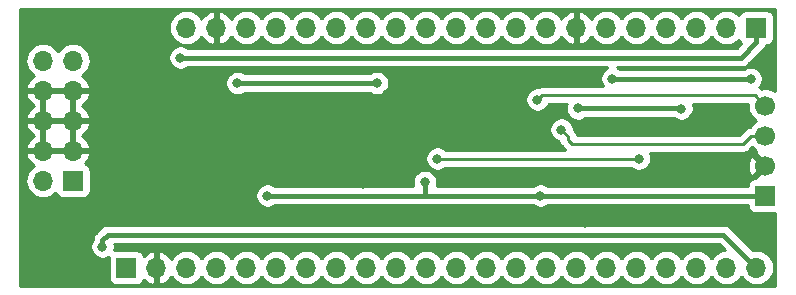
<source format=gbr>
G04 #@! TF.GenerationSoftware,KiCad,Pcbnew,(5.1.4)-1*
G04 #@! TF.CreationDate,2020-02-14T21:19:55+00:00*
G04 #@! TF.ProjectId,STM32L152_Dev_Board,53544d33-324c-4313-9532-5f4465765f42,rev?*
G04 #@! TF.SameCoordinates,Original*
G04 #@! TF.FileFunction,Copper,L2,Bot*
G04 #@! TF.FilePolarity,Positive*
%FSLAX46Y46*%
G04 Gerber Fmt 4.6, Leading zero omitted, Abs format (unit mm)*
G04 Created by KiCad (PCBNEW (5.1.4)-1) date 2020-02-14 21:19:55*
%MOMM*%
%LPD*%
G04 APERTURE LIST*
%ADD10R,1.700000X1.700000*%
%ADD11O,1.700000X1.700000*%
%ADD12C,1.700000*%
%ADD13C,0.800000*%
%ADD14C,0.400000*%
%ADD15C,0.250000*%
%ADD16C,0.254000*%
G04 APERTURE END LIST*
D10*
X205740000Y-129032000D03*
D11*
X203200000Y-129032000D03*
X200660000Y-129032000D03*
X198120000Y-129032000D03*
X195580000Y-129032000D03*
X193040000Y-129032000D03*
X190500000Y-129032000D03*
X187960000Y-129032000D03*
X185420000Y-129032000D03*
X182880000Y-129032000D03*
X180340000Y-129032000D03*
X177800000Y-129032000D03*
X175260000Y-129032000D03*
X172720000Y-129032000D03*
X170180000Y-129032000D03*
X167640000Y-129032000D03*
X165100000Y-129032000D03*
X162560000Y-129032000D03*
X160020000Y-129032000D03*
X157480000Y-129032000D03*
D10*
X152400000Y-149352000D03*
D11*
X154940000Y-149352000D03*
X157480000Y-149352000D03*
X160020000Y-149352000D03*
X162560000Y-149352000D03*
X165100000Y-149352000D03*
X167640000Y-149352000D03*
X170180000Y-149352000D03*
X172720000Y-149352000D03*
X175260000Y-149352000D03*
X177800000Y-149352000D03*
X180340000Y-149352000D03*
X182880000Y-149352000D03*
X185420000Y-149352000D03*
X187960000Y-149352000D03*
X190500000Y-149352000D03*
X193040000Y-149352000D03*
X195580000Y-149352000D03*
X198120000Y-149352000D03*
X200660000Y-149352000D03*
X203200000Y-149352000D03*
X205740000Y-149352000D03*
D10*
X147878800Y-141986000D03*
D11*
X145338800Y-141986000D03*
X147878800Y-139446000D03*
X145338800Y-139446000D03*
X147878800Y-136906000D03*
X145338800Y-136906000D03*
X147878800Y-134366000D03*
X145338800Y-134366000D03*
X147878800Y-131826000D03*
X145338800Y-131826000D03*
D12*
X206502000Y-135636000D03*
X206502000Y-138176000D03*
X206502000Y-140716000D03*
D10*
X206502000Y-143256000D03*
D13*
X190647000Y-135870000D03*
X199390000Y-135890000D03*
X158242000Y-135128000D03*
X174498000Y-134620000D03*
X185776875Y-137516875D03*
X187325000Y-133223000D03*
X172466000Y-142240000D03*
X191262000Y-145542000D03*
X200406000Y-141478000D03*
X200406000Y-136652000D03*
X193929000Y-144780000D03*
X172085000Y-136398000D03*
X181610000Y-141859000D03*
X164338000Y-143256000D03*
X193548000Y-133350000D03*
X205251999Y-133369999D03*
X187452000Y-143256000D03*
X173609000Y-133731000D03*
X161798000Y-133731000D03*
X177673000Y-142113000D03*
X156972000Y-131572000D03*
X150368000Y-147574000D03*
X187198000Y-135128000D03*
X189230000Y-137668000D03*
X178739800Y-140126750D03*
X195795900Y-140119100D03*
D14*
X190647000Y-135870000D02*
X199370000Y-135870000D01*
X199370000Y-135870000D02*
X199390000Y-135890000D01*
X205232000Y-133350000D02*
X205251999Y-133369999D01*
X193548000Y-133350000D02*
X205232000Y-133350000D01*
X187452000Y-143256000D02*
X206502000Y-143256000D01*
X177800000Y-143256000D02*
X187452000Y-143256000D01*
X173609000Y-133731000D02*
X161798000Y-133731000D01*
X164338000Y-143256000D02*
X177673000Y-143256000D01*
X177673000Y-142113000D02*
X177673000Y-143256000D01*
X205740000Y-130282000D02*
X205740000Y-129032000D01*
X204450000Y-131572000D02*
X205740000Y-130282000D01*
X156972000Y-131572000D02*
X204450000Y-131572000D01*
X150368000Y-147008315D02*
X150818315Y-146558000D01*
X150368000Y-147574000D02*
X150368000Y-147008315D01*
X202946000Y-146558000D02*
X205740000Y-149352000D01*
X150818315Y-146558000D02*
X202946000Y-146558000D01*
D15*
X205594001Y-134728001D02*
X206502000Y-135636000D01*
X187597999Y-134728001D02*
X205594001Y-134728001D01*
X187198000Y-135128000D02*
X187597999Y-134728001D01*
X205299919Y-138176000D02*
X206502000Y-138176000D01*
X204574918Y-138901001D02*
X205299919Y-138176000D01*
X190151999Y-138901001D02*
X204574918Y-138901001D01*
X189774999Y-138524001D02*
X190151999Y-138901001D01*
X189774999Y-138212999D02*
X189774999Y-138524001D01*
X189230000Y-137668000D02*
X189774999Y-138212999D01*
X178739800Y-140126750D02*
X195788250Y-140126750D01*
X195788250Y-140126750D02*
X195795900Y-140119100D01*
D16*
G36*
X207341000Y-134410608D02*
G01*
X207205411Y-134320010D01*
X206935158Y-134208068D01*
X206648260Y-134151000D01*
X206355740Y-134151000D01*
X206139016Y-134194109D01*
X206134002Y-134188000D01*
X206018277Y-134093027D01*
X206001598Y-134084111D01*
X206055936Y-134029773D01*
X206169204Y-133860255D01*
X206247225Y-133671897D01*
X206286999Y-133471938D01*
X206286999Y-133268060D01*
X206247225Y-133068101D01*
X206169204Y-132879743D01*
X206055936Y-132710225D01*
X205911773Y-132566062D01*
X205742255Y-132452794D01*
X205553897Y-132374773D01*
X205353938Y-132334999D01*
X205150060Y-132334999D01*
X204950101Y-132374773D01*
X204761743Y-132452794D01*
X204668645Y-132515000D01*
X194161285Y-132515000D01*
X194038256Y-132432795D01*
X193975982Y-132407000D01*
X204408982Y-132407000D01*
X204450000Y-132411040D01*
X204491018Y-132407000D01*
X204491019Y-132407000D01*
X204613689Y-132394918D01*
X204771087Y-132347172D01*
X204916146Y-132269636D01*
X205043291Y-132165291D01*
X205069446Y-132133421D01*
X206301428Y-130901440D01*
X206333291Y-130875291D01*
X206437636Y-130748146D01*
X206515172Y-130603087D01*
X206540354Y-130520072D01*
X206590000Y-130520072D01*
X206714482Y-130507812D01*
X206834180Y-130471502D01*
X206944494Y-130412537D01*
X207041185Y-130333185D01*
X207120537Y-130236494D01*
X207179502Y-130126180D01*
X207215812Y-130006482D01*
X207228072Y-129882000D01*
X207228072Y-128182000D01*
X207215812Y-128057518D01*
X207179502Y-127937820D01*
X207120537Y-127827506D01*
X207041185Y-127730815D01*
X206944494Y-127651463D01*
X206834180Y-127592498D01*
X206714482Y-127556188D01*
X206590000Y-127543928D01*
X204890000Y-127543928D01*
X204765518Y-127556188D01*
X204645820Y-127592498D01*
X204535506Y-127651463D01*
X204438815Y-127730815D01*
X204359463Y-127827506D01*
X204300498Y-127937820D01*
X204279607Y-128006687D01*
X204255134Y-127976866D01*
X204029014Y-127791294D01*
X203771034Y-127653401D01*
X203491111Y-127568487D01*
X203272950Y-127547000D01*
X203127050Y-127547000D01*
X202908889Y-127568487D01*
X202628966Y-127653401D01*
X202370986Y-127791294D01*
X202144866Y-127976866D01*
X201959294Y-128202986D01*
X201930000Y-128257791D01*
X201900706Y-128202986D01*
X201715134Y-127976866D01*
X201489014Y-127791294D01*
X201231034Y-127653401D01*
X200951111Y-127568487D01*
X200732950Y-127547000D01*
X200587050Y-127547000D01*
X200368889Y-127568487D01*
X200088966Y-127653401D01*
X199830986Y-127791294D01*
X199604866Y-127976866D01*
X199419294Y-128202986D01*
X199390000Y-128257791D01*
X199360706Y-128202986D01*
X199175134Y-127976866D01*
X198949014Y-127791294D01*
X198691034Y-127653401D01*
X198411111Y-127568487D01*
X198192950Y-127547000D01*
X198047050Y-127547000D01*
X197828889Y-127568487D01*
X197548966Y-127653401D01*
X197290986Y-127791294D01*
X197064866Y-127976866D01*
X196879294Y-128202986D01*
X196850000Y-128257791D01*
X196820706Y-128202986D01*
X196635134Y-127976866D01*
X196409014Y-127791294D01*
X196151034Y-127653401D01*
X195871111Y-127568487D01*
X195652950Y-127547000D01*
X195507050Y-127547000D01*
X195288889Y-127568487D01*
X195008966Y-127653401D01*
X194750986Y-127791294D01*
X194524866Y-127976866D01*
X194339294Y-128202986D01*
X194310000Y-128257791D01*
X194280706Y-128202986D01*
X194095134Y-127976866D01*
X193869014Y-127791294D01*
X193611034Y-127653401D01*
X193331111Y-127568487D01*
X193112950Y-127547000D01*
X192967050Y-127547000D01*
X192748889Y-127568487D01*
X192468966Y-127653401D01*
X192210986Y-127791294D01*
X191984866Y-127976866D01*
X191799294Y-128202986D01*
X191764799Y-128267523D01*
X191695178Y-128150645D01*
X191500269Y-127934412D01*
X191266920Y-127760359D01*
X191004099Y-127635175D01*
X190856890Y-127590524D01*
X190627000Y-127711845D01*
X190627000Y-128905000D01*
X190647000Y-128905000D01*
X190647000Y-129159000D01*
X190627000Y-129159000D01*
X190627000Y-130352155D01*
X190856890Y-130473476D01*
X191004099Y-130428825D01*
X191266920Y-130303641D01*
X191500269Y-130129588D01*
X191695178Y-129913355D01*
X191764799Y-129796477D01*
X191799294Y-129861014D01*
X191984866Y-130087134D01*
X192210986Y-130272706D01*
X192468966Y-130410599D01*
X192748889Y-130495513D01*
X192967050Y-130517000D01*
X193112950Y-130517000D01*
X193331111Y-130495513D01*
X193611034Y-130410599D01*
X193869014Y-130272706D01*
X194095134Y-130087134D01*
X194280706Y-129861014D01*
X194310000Y-129806209D01*
X194339294Y-129861014D01*
X194524866Y-130087134D01*
X194750986Y-130272706D01*
X195008966Y-130410599D01*
X195288889Y-130495513D01*
X195507050Y-130517000D01*
X195652950Y-130517000D01*
X195871111Y-130495513D01*
X196151034Y-130410599D01*
X196409014Y-130272706D01*
X196635134Y-130087134D01*
X196820706Y-129861014D01*
X196850000Y-129806209D01*
X196879294Y-129861014D01*
X197064866Y-130087134D01*
X197290986Y-130272706D01*
X197548966Y-130410599D01*
X197828889Y-130495513D01*
X198047050Y-130517000D01*
X198192950Y-130517000D01*
X198411111Y-130495513D01*
X198691034Y-130410599D01*
X198949014Y-130272706D01*
X199175134Y-130087134D01*
X199360706Y-129861014D01*
X199390000Y-129806209D01*
X199419294Y-129861014D01*
X199604866Y-130087134D01*
X199830986Y-130272706D01*
X200088966Y-130410599D01*
X200368889Y-130495513D01*
X200587050Y-130517000D01*
X200732950Y-130517000D01*
X200951111Y-130495513D01*
X201231034Y-130410599D01*
X201489014Y-130272706D01*
X201715134Y-130087134D01*
X201900706Y-129861014D01*
X201930000Y-129806209D01*
X201959294Y-129861014D01*
X202144866Y-130087134D01*
X202370986Y-130272706D01*
X202628966Y-130410599D01*
X202908889Y-130495513D01*
X203127050Y-130517000D01*
X203272950Y-130517000D01*
X203491111Y-130495513D01*
X203771034Y-130410599D01*
X204029014Y-130272706D01*
X204255134Y-130087134D01*
X204279607Y-130057313D01*
X204300498Y-130126180D01*
X204359463Y-130236494D01*
X204438815Y-130333185D01*
X204476786Y-130364347D01*
X204104133Y-130737000D01*
X157585285Y-130737000D01*
X157462256Y-130654795D01*
X157273898Y-130576774D01*
X157073939Y-130537000D01*
X156870061Y-130537000D01*
X156670102Y-130576774D01*
X156481744Y-130654795D01*
X156312226Y-130768063D01*
X156168063Y-130912226D01*
X156054795Y-131081744D01*
X155976774Y-131270102D01*
X155937000Y-131470061D01*
X155937000Y-131673939D01*
X155976774Y-131873898D01*
X156054795Y-132062256D01*
X156168063Y-132231774D01*
X156312226Y-132375937D01*
X156481744Y-132489205D01*
X156670102Y-132567226D01*
X156870061Y-132607000D01*
X157073939Y-132607000D01*
X157273898Y-132567226D01*
X157462256Y-132489205D01*
X157585285Y-132407000D01*
X193120018Y-132407000D01*
X193057744Y-132432795D01*
X192888226Y-132546063D01*
X192744063Y-132690226D01*
X192630795Y-132859744D01*
X192552774Y-133048102D01*
X192513000Y-133248061D01*
X192513000Y-133451939D01*
X192552774Y-133651898D01*
X192630795Y-133840256D01*
X192716151Y-133968001D01*
X187635321Y-133968001D01*
X187597998Y-133964325D01*
X187560676Y-133968001D01*
X187560666Y-133968001D01*
X187449013Y-133978998D01*
X187305752Y-134022455D01*
X187173774Y-134093000D01*
X187096061Y-134093000D01*
X186896102Y-134132774D01*
X186707744Y-134210795D01*
X186538226Y-134324063D01*
X186394063Y-134468226D01*
X186280795Y-134637744D01*
X186202774Y-134826102D01*
X186163000Y-135026061D01*
X186163000Y-135229939D01*
X186202774Y-135429898D01*
X186280795Y-135618256D01*
X186394063Y-135787774D01*
X186538226Y-135931937D01*
X186707744Y-136045205D01*
X186896102Y-136123226D01*
X187096061Y-136163000D01*
X187299939Y-136163000D01*
X187499898Y-136123226D01*
X187688256Y-136045205D01*
X187857774Y-135931937D01*
X188001937Y-135787774D01*
X188115205Y-135618256D01*
X188169159Y-135488001D01*
X189684953Y-135488001D01*
X189651774Y-135568102D01*
X189612000Y-135768061D01*
X189612000Y-135971939D01*
X189651774Y-136171898D01*
X189729795Y-136360256D01*
X189843063Y-136529774D01*
X189987226Y-136673937D01*
X190156744Y-136787205D01*
X190345102Y-136865226D01*
X190545061Y-136905000D01*
X190748939Y-136905000D01*
X190948898Y-136865226D01*
X191137256Y-136787205D01*
X191260285Y-136705000D01*
X198746783Y-136705000D01*
X198899744Y-136807205D01*
X199088102Y-136885226D01*
X199288061Y-136925000D01*
X199491939Y-136925000D01*
X199691898Y-136885226D01*
X199880256Y-136807205D01*
X200049774Y-136693937D01*
X200193937Y-136549774D01*
X200307205Y-136380256D01*
X200385226Y-136191898D01*
X200425000Y-135991939D01*
X200425000Y-135788061D01*
X200385226Y-135588102D01*
X200343763Y-135488001D01*
X205017346Y-135488001D01*
X205017000Y-135489740D01*
X205017000Y-135782260D01*
X205074068Y-136069158D01*
X205186010Y-136339411D01*
X205348525Y-136582632D01*
X205555368Y-136789475D01*
X205729760Y-136906000D01*
X205555368Y-137022525D01*
X205348525Y-137229368D01*
X205221091Y-137420087D01*
X205150933Y-137426997D01*
X205007672Y-137470454D01*
X204875643Y-137541026D01*
X204759918Y-137635999D01*
X204736120Y-137664998D01*
X204260117Y-138141001D01*
X190531585Y-138141001D01*
X190524002Y-138064013D01*
X190480545Y-137920752D01*
X190472804Y-137906269D01*
X190409973Y-137788722D01*
X190338798Y-137701996D01*
X190315000Y-137672998D01*
X190286002Y-137649201D01*
X190265000Y-137628198D01*
X190265000Y-137566061D01*
X190225226Y-137366102D01*
X190147205Y-137177744D01*
X190033937Y-137008226D01*
X189889774Y-136864063D01*
X189720256Y-136750795D01*
X189531898Y-136672774D01*
X189331939Y-136633000D01*
X189128061Y-136633000D01*
X188928102Y-136672774D01*
X188739744Y-136750795D01*
X188570226Y-136864063D01*
X188426063Y-137008226D01*
X188312795Y-137177744D01*
X188234774Y-137366102D01*
X188195000Y-137566061D01*
X188195000Y-137769939D01*
X188234774Y-137969898D01*
X188312795Y-138158256D01*
X188426063Y-138327774D01*
X188570226Y-138471937D01*
X188739744Y-138585205D01*
X188928102Y-138663226D01*
X189029131Y-138683322D01*
X189069453Y-138816248D01*
X189140025Y-138948277D01*
X189234998Y-139064002D01*
X189264001Y-139087804D01*
X189542947Y-139366750D01*
X179443511Y-139366750D01*
X179399574Y-139322813D01*
X179230056Y-139209545D01*
X179041698Y-139131524D01*
X178841739Y-139091750D01*
X178637861Y-139091750D01*
X178437902Y-139131524D01*
X178249544Y-139209545D01*
X178080026Y-139322813D01*
X177935863Y-139466976D01*
X177822595Y-139636494D01*
X177744574Y-139824852D01*
X177704800Y-140024811D01*
X177704800Y-140228689D01*
X177744574Y-140428648D01*
X177822595Y-140617006D01*
X177935863Y-140786524D01*
X178080026Y-140930687D01*
X178249544Y-141043955D01*
X178437902Y-141121976D01*
X178637861Y-141161750D01*
X178841739Y-141161750D01*
X179041698Y-141121976D01*
X179230056Y-141043955D01*
X179399574Y-140930687D01*
X179443511Y-140886750D01*
X195099839Y-140886750D01*
X195136126Y-140923037D01*
X195305644Y-141036305D01*
X195494002Y-141114326D01*
X195693961Y-141154100D01*
X195897839Y-141154100D01*
X196097798Y-141114326D01*
X196286156Y-141036305D01*
X196455674Y-140923037D01*
X196594180Y-140784531D01*
X205011389Y-140784531D01*
X205053401Y-141074019D01*
X205151081Y-141349747D01*
X205224528Y-141487157D01*
X205473603Y-141564792D01*
X206322395Y-140716000D01*
X205473603Y-139867208D01*
X205224528Y-139944843D01*
X205098629Y-140208883D01*
X205026661Y-140492411D01*
X205011389Y-140784531D01*
X196594180Y-140784531D01*
X196599837Y-140778874D01*
X196713105Y-140609356D01*
X196791126Y-140420998D01*
X196830900Y-140221039D01*
X196830900Y-140017161D01*
X196791126Y-139817202D01*
X196726425Y-139661001D01*
X204537596Y-139661001D01*
X204574918Y-139664677D01*
X204612240Y-139661001D01*
X204612251Y-139661001D01*
X204723904Y-139650004D01*
X204867165Y-139606547D01*
X204999194Y-139535975D01*
X205114919Y-139441002D01*
X205138721Y-139411999D01*
X205388307Y-139162414D01*
X205555368Y-139329475D01*
X205728729Y-139445311D01*
X205653208Y-139687603D01*
X206502000Y-140536395D01*
X206516143Y-140522253D01*
X206695748Y-140701858D01*
X206681605Y-140716000D01*
X206695748Y-140730143D01*
X206516143Y-140909748D01*
X206502000Y-140895605D01*
X205653208Y-141744397D01*
X205660542Y-141767928D01*
X205652000Y-141767928D01*
X205527518Y-141780188D01*
X205407820Y-141816498D01*
X205297506Y-141875463D01*
X205200815Y-141954815D01*
X205121463Y-142051506D01*
X205062498Y-142161820D01*
X205026188Y-142281518D01*
X205013928Y-142406000D01*
X205013928Y-142421000D01*
X188065285Y-142421000D01*
X187942256Y-142338795D01*
X187753898Y-142260774D01*
X187553939Y-142221000D01*
X187350061Y-142221000D01*
X187150102Y-142260774D01*
X186961744Y-142338795D01*
X186838715Y-142421000D01*
X178665698Y-142421000D01*
X178668226Y-142414898D01*
X178708000Y-142214939D01*
X178708000Y-142011061D01*
X178668226Y-141811102D01*
X178590205Y-141622744D01*
X178476937Y-141453226D01*
X178332774Y-141309063D01*
X178163256Y-141195795D01*
X177974898Y-141117774D01*
X177774939Y-141078000D01*
X177571061Y-141078000D01*
X177371102Y-141117774D01*
X177182744Y-141195795D01*
X177013226Y-141309063D01*
X176869063Y-141453226D01*
X176755795Y-141622744D01*
X176677774Y-141811102D01*
X176638000Y-142011061D01*
X176638000Y-142214939D01*
X176677774Y-142414898D01*
X176680302Y-142421000D01*
X164951285Y-142421000D01*
X164828256Y-142338795D01*
X164639898Y-142260774D01*
X164439939Y-142221000D01*
X164236061Y-142221000D01*
X164036102Y-142260774D01*
X163847744Y-142338795D01*
X163678226Y-142452063D01*
X163534063Y-142596226D01*
X163420795Y-142765744D01*
X163342774Y-142954102D01*
X163303000Y-143154061D01*
X163303000Y-143357939D01*
X163342774Y-143557898D01*
X163420795Y-143746256D01*
X163534063Y-143915774D01*
X163678226Y-144059937D01*
X163847744Y-144173205D01*
X164036102Y-144251226D01*
X164236061Y-144291000D01*
X164439939Y-144291000D01*
X164639898Y-144251226D01*
X164828256Y-144173205D01*
X164951285Y-144091000D01*
X177631982Y-144091000D01*
X177673000Y-144095040D01*
X177736500Y-144088786D01*
X177758981Y-144091000D01*
X186838715Y-144091000D01*
X186961744Y-144173205D01*
X187150102Y-144251226D01*
X187350061Y-144291000D01*
X187553939Y-144291000D01*
X187753898Y-144251226D01*
X187942256Y-144173205D01*
X188065285Y-144091000D01*
X205013928Y-144091000D01*
X205013928Y-144106000D01*
X205026188Y-144230482D01*
X205062498Y-144350180D01*
X205121463Y-144460494D01*
X205200815Y-144557185D01*
X205297506Y-144636537D01*
X205407820Y-144695502D01*
X205527518Y-144731812D01*
X205652000Y-144744072D01*
X207341001Y-144744072D01*
X207341001Y-150953000D01*
X143433000Y-150953000D01*
X143433000Y-147472061D01*
X149333000Y-147472061D01*
X149333000Y-147675939D01*
X149372774Y-147875898D01*
X149450795Y-148064256D01*
X149564063Y-148233774D01*
X149708226Y-148377937D01*
X149877744Y-148491205D01*
X150066102Y-148569226D01*
X150266061Y-148609000D01*
X150469939Y-148609000D01*
X150669898Y-148569226D01*
X150858256Y-148491205D01*
X150916847Y-148452056D01*
X150911928Y-148502000D01*
X150911928Y-150202000D01*
X150924188Y-150326482D01*
X150960498Y-150446180D01*
X151019463Y-150556494D01*
X151098815Y-150653185D01*
X151195506Y-150732537D01*
X151305820Y-150791502D01*
X151425518Y-150827812D01*
X151550000Y-150840072D01*
X153250000Y-150840072D01*
X153374482Y-150827812D01*
X153494180Y-150791502D01*
X153604494Y-150732537D01*
X153701185Y-150653185D01*
X153780537Y-150556494D01*
X153839502Y-150446180D01*
X153863966Y-150365534D01*
X153939731Y-150449588D01*
X154173080Y-150623641D01*
X154435901Y-150748825D01*
X154583110Y-150793476D01*
X154813000Y-150672155D01*
X154813000Y-149479000D01*
X154793000Y-149479000D01*
X154793000Y-149225000D01*
X154813000Y-149225000D01*
X154813000Y-148031845D01*
X154583110Y-147910524D01*
X154435901Y-147955175D01*
X154173080Y-148080359D01*
X153939731Y-148254412D01*
X153863966Y-148338466D01*
X153839502Y-148257820D01*
X153780537Y-148147506D01*
X153701185Y-148050815D01*
X153604494Y-147971463D01*
X153494180Y-147912498D01*
X153374482Y-147876188D01*
X153250000Y-147863928D01*
X151550000Y-147863928D01*
X151425518Y-147876188D01*
X151354137Y-147897841D01*
X151363226Y-147875898D01*
X151403000Y-147675939D01*
X151403000Y-147472061D01*
X151387274Y-147393000D01*
X202600133Y-147393000D01*
X203078877Y-147871745D01*
X202908889Y-147888487D01*
X202628966Y-147973401D01*
X202370986Y-148111294D01*
X202144866Y-148296866D01*
X201959294Y-148522986D01*
X201930000Y-148577791D01*
X201900706Y-148522986D01*
X201715134Y-148296866D01*
X201489014Y-148111294D01*
X201231034Y-147973401D01*
X200951111Y-147888487D01*
X200732950Y-147867000D01*
X200587050Y-147867000D01*
X200368889Y-147888487D01*
X200088966Y-147973401D01*
X199830986Y-148111294D01*
X199604866Y-148296866D01*
X199419294Y-148522986D01*
X199390000Y-148577791D01*
X199360706Y-148522986D01*
X199175134Y-148296866D01*
X198949014Y-148111294D01*
X198691034Y-147973401D01*
X198411111Y-147888487D01*
X198192950Y-147867000D01*
X198047050Y-147867000D01*
X197828889Y-147888487D01*
X197548966Y-147973401D01*
X197290986Y-148111294D01*
X197064866Y-148296866D01*
X196879294Y-148522986D01*
X196850000Y-148577791D01*
X196820706Y-148522986D01*
X196635134Y-148296866D01*
X196409014Y-148111294D01*
X196151034Y-147973401D01*
X195871111Y-147888487D01*
X195652950Y-147867000D01*
X195507050Y-147867000D01*
X195288889Y-147888487D01*
X195008966Y-147973401D01*
X194750986Y-148111294D01*
X194524866Y-148296866D01*
X194339294Y-148522986D01*
X194310000Y-148577791D01*
X194280706Y-148522986D01*
X194095134Y-148296866D01*
X193869014Y-148111294D01*
X193611034Y-147973401D01*
X193331111Y-147888487D01*
X193112950Y-147867000D01*
X192967050Y-147867000D01*
X192748889Y-147888487D01*
X192468966Y-147973401D01*
X192210986Y-148111294D01*
X191984866Y-148296866D01*
X191799294Y-148522986D01*
X191770000Y-148577791D01*
X191740706Y-148522986D01*
X191555134Y-148296866D01*
X191329014Y-148111294D01*
X191071034Y-147973401D01*
X190791111Y-147888487D01*
X190572950Y-147867000D01*
X190427050Y-147867000D01*
X190208889Y-147888487D01*
X189928966Y-147973401D01*
X189670986Y-148111294D01*
X189444866Y-148296866D01*
X189259294Y-148522986D01*
X189230000Y-148577791D01*
X189200706Y-148522986D01*
X189015134Y-148296866D01*
X188789014Y-148111294D01*
X188531034Y-147973401D01*
X188251111Y-147888487D01*
X188032950Y-147867000D01*
X187887050Y-147867000D01*
X187668889Y-147888487D01*
X187388966Y-147973401D01*
X187130986Y-148111294D01*
X186904866Y-148296866D01*
X186719294Y-148522986D01*
X186690000Y-148577791D01*
X186660706Y-148522986D01*
X186475134Y-148296866D01*
X186249014Y-148111294D01*
X185991034Y-147973401D01*
X185711111Y-147888487D01*
X185492950Y-147867000D01*
X185347050Y-147867000D01*
X185128889Y-147888487D01*
X184848966Y-147973401D01*
X184590986Y-148111294D01*
X184364866Y-148296866D01*
X184179294Y-148522986D01*
X184150000Y-148577791D01*
X184120706Y-148522986D01*
X183935134Y-148296866D01*
X183709014Y-148111294D01*
X183451034Y-147973401D01*
X183171111Y-147888487D01*
X182952950Y-147867000D01*
X182807050Y-147867000D01*
X182588889Y-147888487D01*
X182308966Y-147973401D01*
X182050986Y-148111294D01*
X181824866Y-148296866D01*
X181639294Y-148522986D01*
X181610000Y-148577791D01*
X181580706Y-148522986D01*
X181395134Y-148296866D01*
X181169014Y-148111294D01*
X180911034Y-147973401D01*
X180631111Y-147888487D01*
X180412950Y-147867000D01*
X180267050Y-147867000D01*
X180048889Y-147888487D01*
X179768966Y-147973401D01*
X179510986Y-148111294D01*
X179284866Y-148296866D01*
X179099294Y-148522986D01*
X179070000Y-148577791D01*
X179040706Y-148522986D01*
X178855134Y-148296866D01*
X178629014Y-148111294D01*
X178371034Y-147973401D01*
X178091111Y-147888487D01*
X177872950Y-147867000D01*
X177727050Y-147867000D01*
X177508889Y-147888487D01*
X177228966Y-147973401D01*
X176970986Y-148111294D01*
X176744866Y-148296866D01*
X176559294Y-148522986D01*
X176530000Y-148577791D01*
X176500706Y-148522986D01*
X176315134Y-148296866D01*
X176089014Y-148111294D01*
X175831034Y-147973401D01*
X175551111Y-147888487D01*
X175332950Y-147867000D01*
X175187050Y-147867000D01*
X174968889Y-147888487D01*
X174688966Y-147973401D01*
X174430986Y-148111294D01*
X174204866Y-148296866D01*
X174019294Y-148522986D01*
X173990000Y-148577791D01*
X173960706Y-148522986D01*
X173775134Y-148296866D01*
X173549014Y-148111294D01*
X173291034Y-147973401D01*
X173011111Y-147888487D01*
X172792950Y-147867000D01*
X172647050Y-147867000D01*
X172428889Y-147888487D01*
X172148966Y-147973401D01*
X171890986Y-148111294D01*
X171664866Y-148296866D01*
X171479294Y-148522986D01*
X171450000Y-148577791D01*
X171420706Y-148522986D01*
X171235134Y-148296866D01*
X171009014Y-148111294D01*
X170751034Y-147973401D01*
X170471111Y-147888487D01*
X170252950Y-147867000D01*
X170107050Y-147867000D01*
X169888889Y-147888487D01*
X169608966Y-147973401D01*
X169350986Y-148111294D01*
X169124866Y-148296866D01*
X168939294Y-148522986D01*
X168910000Y-148577791D01*
X168880706Y-148522986D01*
X168695134Y-148296866D01*
X168469014Y-148111294D01*
X168211034Y-147973401D01*
X167931111Y-147888487D01*
X167712950Y-147867000D01*
X167567050Y-147867000D01*
X167348889Y-147888487D01*
X167068966Y-147973401D01*
X166810986Y-148111294D01*
X166584866Y-148296866D01*
X166399294Y-148522986D01*
X166370000Y-148577791D01*
X166340706Y-148522986D01*
X166155134Y-148296866D01*
X165929014Y-148111294D01*
X165671034Y-147973401D01*
X165391111Y-147888487D01*
X165172950Y-147867000D01*
X165027050Y-147867000D01*
X164808889Y-147888487D01*
X164528966Y-147973401D01*
X164270986Y-148111294D01*
X164044866Y-148296866D01*
X163859294Y-148522986D01*
X163830000Y-148577791D01*
X163800706Y-148522986D01*
X163615134Y-148296866D01*
X163389014Y-148111294D01*
X163131034Y-147973401D01*
X162851111Y-147888487D01*
X162632950Y-147867000D01*
X162487050Y-147867000D01*
X162268889Y-147888487D01*
X161988966Y-147973401D01*
X161730986Y-148111294D01*
X161504866Y-148296866D01*
X161319294Y-148522986D01*
X161290000Y-148577791D01*
X161260706Y-148522986D01*
X161075134Y-148296866D01*
X160849014Y-148111294D01*
X160591034Y-147973401D01*
X160311111Y-147888487D01*
X160092950Y-147867000D01*
X159947050Y-147867000D01*
X159728889Y-147888487D01*
X159448966Y-147973401D01*
X159190986Y-148111294D01*
X158964866Y-148296866D01*
X158779294Y-148522986D01*
X158750000Y-148577791D01*
X158720706Y-148522986D01*
X158535134Y-148296866D01*
X158309014Y-148111294D01*
X158051034Y-147973401D01*
X157771111Y-147888487D01*
X157552950Y-147867000D01*
X157407050Y-147867000D01*
X157188889Y-147888487D01*
X156908966Y-147973401D01*
X156650986Y-148111294D01*
X156424866Y-148296866D01*
X156239294Y-148522986D01*
X156204799Y-148587523D01*
X156135178Y-148470645D01*
X155940269Y-148254412D01*
X155706920Y-148080359D01*
X155444099Y-147955175D01*
X155296890Y-147910524D01*
X155067000Y-148031845D01*
X155067000Y-149225000D01*
X155087000Y-149225000D01*
X155087000Y-149479000D01*
X155067000Y-149479000D01*
X155067000Y-150672155D01*
X155296890Y-150793476D01*
X155444099Y-150748825D01*
X155706920Y-150623641D01*
X155940269Y-150449588D01*
X156135178Y-150233355D01*
X156204799Y-150116477D01*
X156239294Y-150181014D01*
X156424866Y-150407134D01*
X156650986Y-150592706D01*
X156908966Y-150730599D01*
X157188889Y-150815513D01*
X157407050Y-150837000D01*
X157552950Y-150837000D01*
X157771111Y-150815513D01*
X158051034Y-150730599D01*
X158309014Y-150592706D01*
X158535134Y-150407134D01*
X158720706Y-150181014D01*
X158750000Y-150126209D01*
X158779294Y-150181014D01*
X158964866Y-150407134D01*
X159190986Y-150592706D01*
X159448966Y-150730599D01*
X159728889Y-150815513D01*
X159947050Y-150837000D01*
X160092950Y-150837000D01*
X160311111Y-150815513D01*
X160591034Y-150730599D01*
X160849014Y-150592706D01*
X161075134Y-150407134D01*
X161260706Y-150181014D01*
X161290000Y-150126209D01*
X161319294Y-150181014D01*
X161504866Y-150407134D01*
X161730986Y-150592706D01*
X161988966Y-150730599D01*
X162268889Y-150815513D01*
X162487050Y-150837000D01*
X162632950Y-150837000D01*
X162851111Y-150815513D01*
X163131034Y-150730599D01*
X163389014Y-150592706D01*
X163615134Y-150407134D01*
X163800706Y-150181014D01*
X163830000Y-150126209D01*
X163859294Y-150181014D01*
X164044866Y-150407134D01*
X164270986Y-150592706D01*
X164528966Y-150730599D01*
X164808889Y-150815513D01*
X165027050Y-150837000D01*
X165172950Y-150837000D01*
X165391111Y-150815513D01*
X165671034Y-150730599D01*
X165929014Y-150592706D01*
X166155134Y-150407134D01*
X166340706Y-150181014D01*
X166370000Y-150126209D01*
X166399294Y-150181014D01*
X166584866Y-150407134D01*
X166810986Y-150592706D01*
X167068966Y-150730599D01*
X167348889Y-150815513D01*
X167567050Y-150837000D01*
X167712950Y-150837000D01*
X167931111Y-150815513D01*
X168211034Y-150730599D01*
X168469014Y-150592706D01*
X168695134Y-150407134D01*
X168880706Y-150181014D01*
X168910000Y-150126209D01*
X168939294Y-150181014D01*
X169124866Y-150407134D01*
X169350986Y-150592706D01*
X169608966Y-150730599D01*
X169888889Y-150815513D01*
X170107050Y-150837000D01*
X170252950Y-150837000D01*
X170471111Y-150815513D01*
X170751034Y-150730599D01*
X171009014Y-150592706D01*
X171235134Y-150407134D01*
X171420706Y-150181014D01*
X171450000Y-150126209D01*
X171479294Y-150181014D01*
X171664866Y-150407134D01*
X171890986Y-150592706D01*
X172148966Y-150730599D01*
X172428889Y-150815513D01*
X172647050Y-150837000D01*
X172792950Y-150837000D01*
X173011111Y-150815513D01*
X173291034Y-150730599D01*
X173549014Y-150592706D01*
X173775134Y-150407134D01*
X173960706Y-150181014D01*
X173990000Y-150126209D01*
X174019294Y-150181014D01*
X174204866Y-150407134D01*
X174430986Y-150592706D01*
X174688966Y-150730599D01*
X174968889Y-150815513D01*
X175187050Y-150837000D01*
X175332950Y-150837000D01*
X175551111Y-150815513D01*
X175831034Y-150730599D01*
X176089014Y-150592706D01*
X176315134Y-150407134D01*
X176500706Y-150181014D01*
X176530000Y-150126209D01*
X176559294Y-150181014D01*
X176744866Y-150407134D01*
X176970986Y-150592706D01*
X177228966Y-150730599D01*
X177508889Y-150815513D01*
X177727050Y-150837000D01*
X177872950Y-150837000D01*
X178091111Y-150815513D01*
X178371034Y-150730599D01*
X178629014Y-150592706D01*
X178855134Y-150407134D01*
X179040706Y-150181014D01*
X179070000Y-150126209D01*
X179099294Y-150181014D01*
X179284866Y-150407134D01*
X179510986Y-150592706D01*
X179768966Y-150730599D01*
X180048889Y-150815513D01*
X180267050Y-150837000D01*
X180412950Y-150837000D01*
X180631111Y-150815513D01*
X180911034Y-150730599D01*
X181169014Y-150592706D01*
X181395134Y-150407134D01*
X181580706Y-150181014D01*
X181610000Y-150126209D01*
X181639294Y-150181014D01*
X181824866Y-150407134D01*
X182050986Y-150592706D01*
X182308966Y-150730599D01*
X182588889Y-150815513D01*
X182807050Y-150837000D01*
X182952950Y-150837000D01*
X183171111Y-150815513D01*
X183451034Y-150730599D01*
X183709014Y-150592706D01*
X183935134Y-150407134D01*
X184120706Y-150181014D01*
X184150000Y-150126209D01*
X184179294Y-150181014D01*
X184364866Y-150407134D01*
X184590986Y-150592706D01*
X184848966Y-150730599D01*
X185128889Y-150815513D01*
X185347050Y-150837000D01*
X185492950Y-150837000D01*
X185711111Y-150815513D01*
X185991034Y-150730599D01*
X186249014Y-150592706D01*
X186475134Y-150407134D01*
X186660706Y-150181014D01*
X186690000Y-150126209D01*
X186719294Y-150181014D01*
X186904866Y-150407134D01*
X187130986Y-150592706D01*
X187388966Y-150730599D01*
X187668889Y-150815513D01*
X187887050Y-150837000D01*
X188032950Y-150837000D01*
X188251111Y-150815513D01*
X188531034Y-150730599D01*
X188789014Y-150592706D01*
X189015134Y-150407134D01*
X189200706Y-150181014D01*
X189230000Y-150126209D01*
X189259294Y-150181014D01*
X189444866Y-150407134D01*
X189670986Y-150592706D01*
X189928966Y-150730599D01*
X190208889Y-150815513D01*
X190427050Y-150837000D01*
X190572950Y-150837000D01*
X190791111Y-150815513D01*
X191071034Y-150730599D01*
X191329014Y-150592706D01*
X191555134Y-150407134D01*
X191740706Y-150181014D01*
X191770000Y-150126209D01*
X191799294Y-150181014D01*
X191984866Y-150407134D01*
X192210986Y-150592706D01*
X192468966Y-150730599D01*
X192748889Y-150815513D01*
X192967050Y-150837000D01*
X193112950Y-150837000D01*
X193331111Y-150815513D01*
X193611034Y-150730599D01*
X193869014Y-150592706D01*
X194095134Y-150407134D01*
X194280706Y-150181014D01*
X194310000Y-150126209D01*
X194339294Y-150181014D01*
X194524866Y-150407134D01*
X194750986Y-150592706D01*
X195008966Y-150730599D01*
X195288889Y-150815513D01*
X195507050Y-150837000D01*
X195652950Y-150837000D01*
X195871111Y-150815513D01*
X196151034Y-150730599D01*
X196409014Y-150592706D01*
X196635134Y-150407134D01*
X196820706Y-150181014D01*
X196850000Y-150126209D01*
X196879294Y-150181014D01*
X197064866Y-150407134D01*
X197290986Y-150592706D01*
X197548966Y-150730599D01*
X197828889Y-150815513D01*
X198047050Y-150837000D01*
X198192950Y-150837000D01*
X198411111Y-150815513D01*
X198691034Y-150730599D01*
X198949014Y-150592706D01*
X199175134Y-150407134D01*
X199360706Y-150181014D01*
X199390000Y-150126209D01*
X199419294Y-150181014D01*
X199604866Y-150407134D01*
X199830986Y-150592706D01*
X200088966Y-150730599D01*
X200368889Y-150815513D01*
X200587050Y-150837000D01*
X200732950Y-150837000D01*
X200951111Y-150815513D01*
X201231034Y-150730599D01*
X201489014Y-150592706D01*
X201715134Y-150407134D01*
X201900706Y-150181014D01*
X201930000Y-150126209D01*
X201959294Y-150181014D01*
X202144866Y-150407134D01*
X202370986Y-150592706D01*
X202628966Y-150730599D01*
X202908889Y-150815513D01*
X203127050Y-150837000D01*
X203272950Y-150837000D01*
X203491111Y-150815513D01*
X203771034Y-150730599D01*
X204029014Y-150592706D01*
X204255134Y-150407134D01*
X204440706Y-150181014D01*
X204470000Y-150126209D01*
X204499294Y-150181014D01*
X204684866Y-150407134D01*
X204910986Y-150592706D01*
X205168966Y-150730599D01*
X205448889Y-150815513D01*
X205667050Y-150837000D01*
X205812950Y-150837000D01*
X206031111Y-150815513D01*
X206311034Y-150730599D01*
X206569014Y-150592706D01*
X206795134Y-150407134D01*
X206980706Y-150181014D01*
X207118599Y-149923034D01*
X207203513Y-149643111D01*
X207232185Y-149352000D01*
X207203513Y-149060889D01*
X207118599Y-148780966D01*
X206980706Y-148522986D01*
X206795134Y-148296866D01*
X206569014Y-148111294D01*
X206311034Y-147973401D01*
X206031111Y-147888487D01*
X205812950Y-147867000D01*
X205667050Y-147867000D01*
X205456596Y-147887728D01*
X203565446Y-145996579D01*
X203539291Y-145964709D01*
X203412146Y-145860364D01*
X203267087Y-145782828D01*
X203109689Y-145735082D01*
X202987019Y-145723000D01*
X202987018Y-145723000D01*
X202946000Y-145718960D01*
X202904982Y-145723000D01*
X150859333Y-145723000D01*
X150818315Y-145718960D01*
X150777297Y-145723000D01*
X150777296Y-145723000D01*
X150654626Y-145735082D01*
X150497228Y-145782828D01*
X150352169Y-145860364D01*
X150225024Y-145964709D01*
X150198873Y-145996574D01*
X149806574Y-146388874D01*
X149774710Y-146415024D01*
X149670365Y-146542169D01*
X149592828Y-146687228D01*
X149545082Y-146844626D01*
X149545082Y-146844627D01*
X149533760Y-146959577D01*
X149450795Y-147083744D01*
X149372774Y-147272102D01*
X149333000Y-147472061D01*
X143433000Y-147472061D01*
X143433000Y-141986000D01*
X143846615Y-141986000D01*
X143875287Y-142277111D01*
X143960201Y-142557034D01*
X144098094Y-142815014D01*
X144283666Y-143041134D01*
X144509786Y-143226706D01*
X144767766Y-143364599D01*
X145047689Y-143449513D01*
X145265850Y-143471000D01*
X145411750Y-143471000D01*
X145629911Y-143449513D01*
X145909834Y-143364599D01*
X146167814Y-143226706D01*
X146393934Y-143041134D01*
X146418407Y-143011313D01*
X146439298Y-143080180D01*
X146498263Y-143190494D01*
X146577615Y-143287185D01*
X146674306Y-143366537D01*
X146784620Y-143425502D01*
X146904318Y-143461812D01*
X147028800Y-143474072D01*
X148728800Y-143474072D01*
X148853282Y-143461812D01*
X148972980Y-143425502D01*
X149083294Y-143366537D01*
X149179985Y-143287185D01*
X149259337Y-143190494D01*
X149318302Y-143080180D01*
X149354612Y-142960482D01*
X149366872Y-142836000D01*
X149366872Y-141136000D01*
X149354612Y-141011518D01*
X149318302Y-140891820D01*
X149259337Y-140781506D01*
X149179985Y-140684815D01*
X149083294Y-140605463D01*
X148972980Y-140546498D01*
X148892334Y-140522034D01*
X148976388Y-140446269D01*
X149150441Y-140212920D01*
X149275625Y-139950099D01*
X149320276Y-139802890D01*
X149198955Y-139573000D01*
X148005800Y-139573000D01*
X148005800Y-139593000D01*
X147751800Y-139593000D01*
X147751800Y-139573000D01*
X145465800Y-139573000D01*
X145465800Y-139593000D01*
X145211800Y-139593000D01*
X145211800Y-139573000D01*
X144018645Y-139573000D01*
X143897324Y-139802890D01*
X143941975Y-139950099D01*
X144067159Y-140212920D01*
X144241212Y-140446269D01*
X144457445Y-140641178D01*
X144574323Y-140710799D01*
X144509786Y-140745294D01*
X144283666Y-140930866D01*
X144098094Y-141156986D01*
X143960201Y-141414966D01*
X143875287Y-141694889D01*
X143846615Y-141986000D01*
X143433000Y-141986000D01*
X143433000Y-137262890D01*
X143897324Y-137262890D01*
X143941975Y-137410099D01*
X144067159Y-137672920D01*
X144241212Y-137906269D01*
X144457445Y-138101178D01*
X144583055Y-138176000D01*
X144457445Y-138250822D01*
X144241212Y-138445731D01*
X144067159Y-138679080D01*
X143941975Y-138941901D01*
X143897324Y-139089110D01*
X144018645Y-139319000D01*
X145211800Y-139319000D01*
X145211800Y-137033000D01*
X145465800Y-137033000D01*
X145465800Y-139319000D01*
X147751800Y-139319000D01*
X147751800Y-137033000D01*
X148005800Y-137033000D01*
X148005800Y-139319000D01*
X149198955Y-139319000D01*
X149320276Y-139089110D01*
X149275625Y-138941901D01*
X149150441Y-138679080D01*
X148976388Y-138445731D01*
X148760155Y-138250822D01*
X148634545Y-138176000D01*
X148760155Y-138101178D01*
X148976388Y-137906269D01*
X149150441Y-137672920D01*
X149275625Y-137410099D01*
X149320276Y-137262890D01*
X149198955Y-137033000D01*
X148005800Y-137033000D01*
X147751800Y-137033000D01*
X145465800Y-137033000D01*
X145211800Y-137033000D01*
X144018645Y-137033000D01*
X143897324Y-137262890D01*
X143433000Y-137262890D01*
X143433000Y-134722890D01*
X143897324Y-134722890D01*
X143941975Y-134870099D01*
X144067159Y-135132920D01*
X144241212Y-135366269D01*
X144457445Y-135561178D01*
X144583055Y-135636000D01*
X144457445Y-135710822D01*
X144241212Y-135905731D01*
X144067159Y-136139080D01*
X143941975Y-136401901D01*
X143897324Y-136549110D01*
X144018645Y-136779000D01*
X145211800Y-136779000D01*
X145211800Y-134493000D01*
X145465800Y-134493000D01*
X145465800Y-136779000D01*
X147751800Y-136779000D01*
X147751800Y-134493000D01*
X148005800Y-134493000D01*
X148005800Y-136779000D01*
X149198955Y-136779000D01*
X149320276Y-136549110D01*
X149275625Y-136401901D01*
X149150441Y-136139080D01*
X148976388Y-135905731D01*
X148760155Y-135710822D01*
X148634545Y-135636000D01*
X148760155Y-135561178D01*
X148976388Y-135366269D01*
X149150441Y-135132920D01*
X149275625Y-134870099D01*
X149320276Y-134722890D01*
X149198955Y-134493000D01*
X148005800Y-134493000D01*
X147751800Y-134493000D01*
X145465800Y-134493000D01*
X145211800Y-134493000D01*
X144018645Y-134493000D01*
X143897324Y-134722890D01*
X143433000Y-134722890D01*
X143433000Y-131826000D01*
X143846615Y-131826000D01*
X143875287Y-132117111D01*
X143960201Y-132397034D01*
X144098094Y-132655014D01*
X144283666Y-132881134D01*
X144509786Y-133066706D01*
X144574323Y-133101201D01*
X144457445Y-133170822D01*
X144241212Y-133365731D01*
X144067159Y-133599080D01*
X143941975Y-133861901D01*
X143897324Y-134009110D01*
X144018645Y-134239000D01*
X145211800Y-134239000D01*
X145211800Y-134219000D01*
X145465800Y-134219000D01*
X145465800Y-134239000D01*
X147751800Y-134239000D01*
X147751800Y-134219000D01*
X148005800Y-134219000D01*
X148005800Y-134239000D01*
X149198955Y-134239000D01*
X149320276Y-134009110D01*
X149275625Y-133861901D01*
X149164722Y-133629061D01*
X160763000Y-133629061D01*
X160763000Y-133832939D01*
X160802774Y-134032898D01*
X160880795Y-134221256D01*
X160994063Y-134390774D01*
X161138226Y-134534937D01*
X161307744Y-134648205D01*
X161496102Y-134726226D01*
X161696061Y-134766000D01*
X161899939Y-134766000D01*
X162099898Y-134726226D01*
X162288256Y-134648205D01*
X162411285Y-134566000D01*
X172995715Y-134566000D01*
X173118744Y-134648205D01*
X173307102Y-134726226D01*
X173507061Y-134766000D01*
X173710939Y-134766000D01*
X173910898Y-134726226D01*
X174099256Y-134648205D01*
X174268774Y-134534937D01*
X174412937Y-134390774D01*
X174526205Y-134221256D01*
X174604226Y-134032898D01*
X174644000Y-133832939D01*
X174644000Y-133629061D01*
X174604226Y-133429102D01*
X174526205Y-133240744D01*
X174412937Y-133071226D01*
X174268774Y-132927063D01*
X174099256Y-132813795D01*
X173910898Y-132735774D01*
X173710939Y-132696000D01*
X173507061Y-132696000D01*
X173307102Y-132735774D01*
X173118744Y-132813795D01*
X172995715Y-132896000D01*
X162411285Y-132896000D01*
X162288256Y-132813795D01*
X162099898Y-132735774D01*
X161899939Y-132696000D01*
X161696061Y-132696000D01*
X161496102Y-132735774D01*
X161307744Y-132813795D01*
X161138226Y-132927063D01*
X160994063Y-133071226D01*
X160880795Y-133240744D01*
X160802774Y-133429102D01*
X160763000Y-133629061D01*
X149164722Y-133629061D01*
X149150441Y-133599080D01*
X148976388Y-133365731D01*
X148760155Y-133170822D01*
X148643277Y-133101201D01*
X148707814Y-133066706D01*
X148933934Y-132881134D01*
X149119506Y-132655014D01*
X149257399Y-132397034D01*
X149342313Y-132117111D01*
X149370985Y-131826000D01*
X149342313Y-131534889D01*
X149257399Y-131254966D01*
X149119506Y-130996986D01*
X148933934Y-130770866D01*
X148707814Y-130585294D01*
X148449834Y-130447401D01*
X148169911Y-130362487D01*
X147951750Y-130341000D01*
X147805850Y-130341000D01*
X147587689Y-130362487D01*
X147307766Y-130447401D01*
X147049786Y-130585294D01*
X146823666Y-130770866D01*
X146638094Y-130996986D01*
X146608800Y-131051791D01*
X146579506Y-130996986D01*
X146393934Y-130770866D01*
X146167814Y-130585294D01*
X145909834Y-130447401D01*
X145629911Y-130362487D01*
X145411750Y-130341000D01*
X145265850Y-130341000D01*
X145047689Y-130362487D01*
X144767766Y-130447401D01*
X144509786Y-130585294D01*
X144283666Y-130770866D01*
X144098094Y-130996986D01*
X143960201Y-131254966D01*
X143875287Y-131534889D01*
X143846615Y-131826000D01*
X143433000Y-131826000D01*
X143433000Y-129032000D01*
X155987815Y-129032000D01*
X156016487Y-129323111D01*
X156101401Y-129603034D01*
X156239294Y-129861014D01*
X156424866Y-130087134D01*
X156650986Y-130272706D01*
X156908966Y-130410599D01*
X157188889Y-130495513D01*
X157407050Y-130517000D01*
X157552950Y-130517000D01*
X157771111Y-130495513D01*
X158051034Y-130410599D01*
X158309014Y-130272706D01*
X158535134Y-130087134D01*
X158720706Y-129861014D01*
X158755201Y-129796477D01*
X158824822Y-129913355D01*
X159019731Y-130129588D01*
X159253080Y-130303641D01*
X159515901Y-130428825D01*
X159663110Y-130473476D01*
X159893000Y-130352155D01*
X159893000Y-129159000D01*
X159873000Y-129159000D01*
X159873000Y-128905000D01*
X159893000Y-128905000D01*
X159893000Y-127711845D01*
X160147000Y-127711845D01*
X160147000Y-128905000D01*
X160167000Y-128905000D01*
X160167000Y-129159000D01*
X160147000Y-129159000D01*
X160147000Y-130352155D01*
X160376890Y-130473476D01*
X160524099Y-130428825D01*
X160786920Y-130303641D01*
X161020269Y-130129588D01*
X161215178Y-129913355D01*
X161284799Y-129796477D01*
X161319294Y-129861014D01*
X161504866Y-130087134D01*
X161730986Y-130272706D01*
X161988966Y-130410599D01*
X162268889Y-130495513D01*
X162487050Y-130517000D01*
X162632950Y-130517000D01*
X162851111Y-130495513D01*
X163131034Y-130410599D01*
X163389014Y-130272706D01*
X163615134Y-130087134D01*
X163800706Y-129861014D01*
X163830000Y-129806209D01*
X163859294Y-129861014D01*
X164044866Y-130087134D01*
X164270986Y-130272706D01*
X164528966Y-130410599D01*
X164808889Y-130495513D01*
X165027050Y-130517000D01*
X165172950Y-130517000D01*
X165391111Y-130495513D01*
X165671034Y-130410599D01*
X165929014Y-130272706D01*
X166155134Y-130087134D01*
X166340706Y-129861014D01*
X166370000Y-129806209D01*
X166399294Y-129861014D01*
X166584866Y-130087134D01*
X166810986Y-130272706D01*
X167068966Y-130410599D01*
X167348889Y-130495513D01*
X167567050Y-130517000D01*
X167712950Y-130517000D01*
X167931111Y-130495513D01*
X168211034Y-130410599D01*
X168469014Y-130272706D01*
X168695134Y-130087134D01*
X168880706Y-129861014D01*
X168910000Y-129806209D01*
X168939294Y-129861014D01*
X169124866Y-130087134D01*
X169350986Y-130272706D01*
X169608966Y-130410599D01*
X169888889Y-130495513D01*
X170107050Y-130517000D01*
X170252950Y-130517000D01*
X170471111Y-130495513D01*
X170751034Y-130410599D01*
X171009014Y-130272706D01*
X171235134Y-130087134D01*
X171420706Y-129861014D01*
X171450000Y-129806209D01*
X171479294Y-129861014D01*
X171664866Y-130087134D01*
X171890986Y-130272706D01*
X172148966Y-130410599D01*
X172428889Y-130495513D01*
X172647050Y-130517000D01*
X172792950Y-130517000D01*
X173011111Y-130495513D01*
X173291034Y-130410599D01*
X173549014Y-130272706D01*
X173775134Y-130087134D01*
X173960706Y-129861014D01*
X173990000Y-129806209D01*
X174019294Y-129861014D01*
X174204866Y-130087134D01*
X174430986Y-130272706D01*
X174688966Y-130410599D01*
X174968889Y-130495513D01*
X175187050Y-130517000D01*
X175332950Y-130517000D01*
X175551111Y-130495513D01*
X175831034Y-130410599D01*
X176089014Y-130272706D01*
X176315134Y-130087134D01*
X176500706Y-129861014D01*
X176530000Y-129806209D01*
X176559294Y-129861014D01*
X176744866Y-130087134D01*
X176970986Y-130272706D01*
X177228966Y-130410599D01*
X177508889Y-130495513D01*
X177727050Y-130517000D01*
X177872950Y-130517000D01*
X178091111Y-130495513D01*
X178371034Y-130410599D01*
X178629014Y-130272706D01*
X178855134Y-130087134D01*
X179040706Y-129861014D01*
X179070000Y-129806209D01*
X179099294Y-129861014D01*
X179284866Y-130087134D01*
X179510986Y-130272706D01*
X179768966Y-130410599D01*
X180048889Y-130495513D01*
X180267050Y-130517000D01*
X180412950Y-130517000D01*
X180631111Y-130495513D01*
X180911034Y-130410599D01*
X181169014Y-130272706D01*
X181395134Y-130087134D01*
X181580706Y-129861014D01*
X181610000Y-129806209D01*
X181639294Y-129861014D01*
X181824866Y-130087134D01*
X182050986Y-130272706D01*
X182308966Y-130410599D01*
X182588889Y-130495513D01*
X182807050Y-130517000D01*
X182952950Y-130517000D01*
X183171111Y-130495513D01*
X183451034Y-130410599D01*
X183709014Y-130272706D01*
X183935134Y-130087134D01*
X184120706Y-129861014D01*
X184150000Y-129806209D01*
X184179294Y-129861014D01*
X184364866Y-130087134D01*
X184590986Y-130272706D01*
X184848966Y-130410599D01*
X185128889Y-130495513D01*
X185347050Y-130517000D01*
X185492950Y-130517000D01*
X185711111Y-130495513D01*
X185991034Y-130410599D01*
X186249014Y-130272706D01*
X186475134Y-130087134D01*
X186660706Y-129861014D01*
X186690000Y-129806209D01*
X186719294Y-129861014D01*
X186904866Y-130087134D01*
X187130986Y-130272706D01*
X187388966Y-130410599D01*
X187668889Y-130495513D01*
X187887050Y-130517000D01*
X188032950Y-130517000D01*
X188251111Y-130495513D01*
X188531034Y-130410599D01*
X188789014Y-130272706D01*
X189015134Y-130087134D01*
X189200706Y-129861014D01*
X189235201Y-129796477D01*
X189304822Y-129913355D01*
X189499731Y-130129588D01*
X189733080Y-130303641D01*
X189995901Y-130428825D01*
X190143110Y-130473476D01*
X190373000Y-130352155D01*
X190373000Y-129159000D01*
X190353000Y-129159000D01*
X190353000Y-128905000D01*
X190373000Y-128905000D01*
X190373000Y-127711845D01*
X190143110Y-127590524D01*
X189995901Y-127635175D01*
X189733080Y-127760359D01*
X189499731Y-127934412D01*
X189304822Y-128150645D01*
X189235201Y-128267523D01*
X189200706Y-128202986D01*
X189015134Y-127976866D01*
X188789014Y-127791294D01*
X188531034Y-127653401D01*
X188251111Y-127568487D01*
X188032950Y-127547000D01*
X187887050Y-127547000D01*
X187668889Y-127568487D01*
X187388966Y-127653401D01*
X187130986Y-127791294D01*
X186904866Y-127976866D01*
X186719294Y-128202986D01*
X186690000Y-128257791D01*
X186660706Y-128202986D01*
X186475134Y-127976866D01*
X186249014Y-127791294D01*
X185991034Y-127653401D01*
X185711111Y-127568487D01*
X185492950Y-127547000D01*
X185347050Y-127547000D01*
X185128889Y-127568487D01*
X184848966Y-127653401D01*
X184590986Y-127791294D01*
X184364866Y-127976866D01*
X184179294Y-128202986D01*
X184150000Y-128257791D01*
X184120706Y-128202986D01*
X183935134Y-127976866D01*
X183709014Y-127791294D01*
X183451034Y-127653401D01*
X183171111Y-127568487D01*
X182952950Y-127547000D01*
X182807050Y-127547000D01*
X182588889Y-127568487D01*
X182308966Y-127653401D01*
X182050986Y-127791294D01*
X181824866Y-127976866D01*
X181639294Y-128202986D01*
X181610000Y-128257791D01*
X181580706Y-128202986D01*
X181395134Y-127976866D01*
X181169014Y-127791294D01*
X180911034Y-127653401D01*
X180631111Y-127568487D01*
X180412950Y-127547000D01*
X180267050Y-127547000D01*
X180048889Y-127568487D01*
X179768966Y-127653401D01*
X179510986Y-127791294D01*
X179284866Y-127976866D01*
X179099294Y-128202986D01*
X179070000Y-128257791D01*
X179040706Y-128202986D01*
X178855134Y-127976866D01*
X178629014Y-127791294D01*
X178371034Y-127653401D01*
X178091111Y-127568487D01*
X177872950Y-127547000D01*
X177727050Y-127547000D01*
X177508889Y-127568487D01*
X177228966Y-127653401D01*
X176970986Y-127791294D01*
X176744866Y-127976866D01*
X176559294Y-128202986D01*
X176530000Y-128257791D01*
X176500706Y-128202986D01*
X176315134Y-127976866D01*
X176089014Y-127791294D01*
X175831034Y-127653401D01*
X175551111Y-127568487D01*
X175332950Y-127547000D01*
X175187050Y-127547000D01*
X174968889Y-127568487D01*
X174688966Y-127653401D01*
X174430986Y-127791294D01*
X174204866Y-127976866D01*
X174019294Y-128202986D01*
X173990000Y-128257791D01*
X173960706Y-128202986D01*
X173775134Y-127976866D01*
X173549014Y-127791294D01*
X173291034Y-127653401D01*
X173011111Y-127568487D01*
X172792950Y-127547000D01*
X172647050Y-127547000D01*
X172428889Y-127568487D01*
X172148966Y-127653401D01*
X171890986Y-127791294D01*
X171664866Y-127976866D01*
X171479294Y-128202986D01*
X171450000Y-128257791D01*
X171420706Y-128202986D01*
X171235134Y-127976866D01*
X171009014Y-127791294D01*
X170751034Y-127653401D01*
X170471111Y-127568487D01*
X170252950Y-127547000D01*
X170107050Y-127547000D01*
X169888889Y-127568487D01*
X169608966Y-127653401D01*
X169350986Y-127791294D01*
X169124866Y-127976866D01*
X168939294Y-128202986D01*
X168910000Y-128257791D01*
X168880706Y-128202986D01*
X168695134Y-127976866D01*
X168469014Y-127791294D01*
X168211034Y-127653401D01*
X167931111Y-127568487D01*
X167712950Y-127547000D01*
X167567050Y-127547000D01*
X167348889Y-127568487D01*
X167068966Y-127653401D01*
X166810986Y-127791294D01*
X166584866Y-127976866D01*
X166399294Y-128202986D01*
X166370000Y-128257791D01*
X166340706Y-128202986D01*
X166155134Y-127976866D01*
X165929014Y-127791294D01*
X165671034Y-127653401D01*
X165391111Y-127568487D01*
X165172950Y-127547000D01*
X165027050Y-127547000D01*
X164808889Y-127568487D01*
X164528966Y-127653401D01*
X164270986Y-127791294D01*
X164044866Y-127976866D01*
X163859294Y-128202986D01*
X163830000Y-128257791D01*
X163800706Y-128202986D01*
X163615134Y-127976866D01*
X163389014Y-127791294D01*
X163131034Y-127653401D01*
X162851111Y-127568487D01*
X162632950Y-127547000D01*
X162487050Y-127547000D01*
X162268889Y-127568487D01*
X161988966Y-127653401D01*
X161730986Y-127791294D01*
X161504866Y-127976866D01*
X161319294Y-128202986D01*
X161284799Y-128267523D01*
X161215178Y-128150645D01*
X161020269Y-127934412D01*
X160786920Y-127760359D01*
X160524099Y-127635175D01*
X160376890Y-127590524D01*
X160147000Y-127711845D01*
X159893000Y-127711845D01*
X159663110Y-127590524D01*
X159515901Y-127635175D01*
X159253080Y-127760359D01*
X159019731Y-127934412D01*
X158824822Y-128150645D01*
X158755201Y-128267523D01*
X158720706Y-128202986D01*
X158535134Y-127976866D01*
X158309014Y-127791294D01*
X158051034Y-127653401D01*
X157771111Y-127568487D01*
X157552950Y-127547000D01*
X157407050Y-127547000D01*
X157188889Y-127568487D01*
X156908966Y-127653401D01*
X156650986Y-127791294D01*
X156424866Y-127976866D01*
X156239294Y-128202986D01*
X156101401Y-128460966D01*
X156016487Y-128740889D01*
X155987815Y-129032000D01*
X143433000Y-129032000D01*
X143433000Y-127431000D01*
X207341000Y-127431000D01*
X207341000Y-134410608D01*
X207341000Y-134410608D01*
G37*
X207341000Y-134410608D02*
X207205411Y-134320010D01*
X206935158Y-134208068D01*
X206648260Y-134151000D01*
X206355740Y-134151000D01*
X206139016Y-134194109D01*
X206134002Y-134188000D01*
X206018277Y-134093027D01*
X206001598Y-134084111D01*
X206055936Y-134029773D01*
X206169204Y-133860255D01*
X206247225Y-133671897D01*
X206286999Y-133471938D01*
X206286999Y-133268060D01*
X206247225Y-133068101D01*
X206169204Y-132879743D01*
X206055936Y-132710225D01*
X205911773Y-132566062D01*
X205742255Y-132452794D01*
X205553897Y-132374773D01*
X205353938Y-132334999D01*
X205150060Y-132334999D01*
X204950101Y-132374773D01*
X204761743Y-132452794D01*
X204668645Y-132515000D01*
X194161285Y-132515000D01*
X194038256Y-132432795D01*
X193975982Y-132407000D01*
X204408982Y-132407000D01*
X204450000Y-132411040D01*
X204491018Y-132407000D01*
X204491019Y-132407000D01*
X204613689Y-132394918D01*
X204771087Y-132347172D01*
X204916146Y-132269636D01*
X205043291Y-132165291D01*
X205069446Y-132133421D01*
X206301428Y-130901440D01*
X206333291Y-130875291D01*
X206437636Y-130748146D01*
X206515172Y-130603087D01*
X206540354Y-130520072D01*
X206590000Y-130520072D01*
X206714482Y-130507812D01*
X206834180Y-130471502D01*
X206944494Y-130412537D01*
X207041185Y-130333185D01*
X207120537Y-130236494D01*
X207179502Y-130126180D01*
X207215812Y-130006482D01*
X207228072Y-129882000D01*
X207228072Y-128182000D01*
X207215812Y-128057518D01*
X207179502Y-127937820D01*
X207120537Y-127827506D01*
X207041185Y-127730815D01*
X206944494Y-127651463D01*
X206834180Y-127592498D01*
X206714482Y-127556188D01*
X206590000Y-127543928D01*
X204890000Y-127543928D01*
X204765518Y-127556188D01*
X204645820Y-127592498D01*
X204535506Y-127651463D01*
X204438815Y-127730815D01*
X204359463Y-127827506D01*
X204300498Y-127937820D01*
X204279607Y-128006687D01*
X204255134Y-127976866D01*
X204029014Y-127791294D01*
X203771034Y-127653401D01*
X203491111Y-127568487D01*
X203272950Y-127547000D01*
X203127050Y-127547000D01*
X202908889Y-127568487D01*
X202628966Y-127653401D01*
X202370986Y-127791294D01*
X202144866Y-127976866D01*
X201959294Y-128202986D01*
X201930000Y-128257791D01*
X201900706Y-128202986D01*
X201715134Y-127976866D01*
X201489014Y-127791294D01*
X201231034Y-127653401D01*
X200951111Y-127568487D01*
X200732950Y-127547000D01*
X200587050Y-127547000D01*
X200368889Y-127568487D01*
X200088966Y-127653401D01*
X199830986Y-127791294D01*
X199604866Y-127976866D01*
X199419294Y-128202986D01*
X199390000Y-128257791D01*
X199360706Y-128202986D01*
X199175134Y-127976866D01*
X198949014Y-127791294D01*
X198691034Y-127653401D01*
X198411111Y-127568487D01*
X198192950Y-127547000D01*
X198047050Y-127547000D01*
X197828889Y-127568487D01*
X197548966Y-127653401D01*
X197290986Y-127791294D01*
X197064866Y-127976866D01*
X196879294Y-128202986D01*
X196850000Y-128257791D01*
X196820706Y-128202986D01*
X196635134Y-127976866D01*
X196409014Y-127791294D01*
X196151034Y-127653401D01*
X195871111Y-127568487D01*
X195652950Y-127547000D01*
X195507050Y-127547000D01*
X195288889Y-127568487D01*
X195008966Y-127653401D01*
X194750986Y-127791294D01*
X194524866Y-127976866D01*
X194339294Y-128202986D01*
X194310000Y-128257791D01*
X194280706Y-128202986D01*
X194095134Y-127976866D01*
X193869014Y-127791294D01*
X193611034Y-127653401D01*
X193331111Y-127568487D01*
X193112950Y-127547000D01*
X192967050Y-127547000D01*
X192748889Y-127568487D01*
X192468966Y-127653401D01*
X192210986Y-127791294D01*
X191984866Y-127976866D01*
X191799294Y-128202986D01*
X191764799Y-128267523D01*
X191695178Y-128150645D01*
X191500269Y-127934412D01*
X191266920Y-127760359D01*
X191004099Y-127635175D01*
X190856890Y-127590524D01*
X190627000Y-127711845D01*
X190627000Y-128905000D01*
X190647000Y-128905000D01*
X190647000Y-129159000D01*
X190627000Y-129159000D01*
X190627000Y-130352155D01*
X190856890Y-130473476D01*
X191004099Y-130428825D01*
X191266920Y-130303641D01*
X191500269Y-130129588D01*
X191695178Y-129913355D01*
X191764799Y-129796477D01*
X191799294Y-129861014D01*
X191984866Y-130087134D01*
X192210986Y-130272706D01*
X192468966Y-130410599D01*
X192748889Y-130495513D01*
X192967050Y-130517000D01*
X193112950Y-130517000D01*
X193331111Y-130495513D01*
X193611034Y-130410599D01*
X193869014Y-130272706D01*
X194095134Y-130087134D01*
X194280706Y-129861014D01*
X194310000Y-129806209D01*
X194339294Y-129861014D01*
X194524866Y-130087134D01*
X194750986Y-130272706D01*
X195008966Y-130410599D01*
X195288889Y-130495513D01*
X195507050Y-130517000D01*
X195652950Y-130517000D01*
X195871111Y-130495513D01*
X196151034Y-130410599D01*
X196409014Y-130272706D01*
X196635134Y-130087134D01*
X196820706Y-129861014D01*
X196850000Y-129806209D01*
X196879294Y-129861014D01*
X197064866Y-130087134D01*
X197290986Y-130272706D01*
X197548966Y-130410599D01*
X197828889Y-130495513D01*
X198047050Y-130517000D01*
X198192950Y-130517000D01*
X198411111Y-130495513D01*
X198691034Y-130410599D01*
X198949014Y-130272706D01*
X199175134Y-130087134D01*
X199360706Y-129861014D01*
X199390000Y-129806209D01*
X199419294Y-129861014D01*
X199604866Y-130087134D01*
X199830986Y-130272706D01*
X200088966Y-130410599D01*
X200368889Y-130495513D01*
X200587050Y-130517000D01*
X200732950Y-130517000D01*
X200951111Y-130495513D01*
X201231034Y-130410599D01*
X201489014Y-130272706D01*
X201715134Y-130087134D01*
X201900706Y-129861014D01*
X201930000Y-129806209D01*
X201959294Y-129861014D01*
X202144866Y-130087134D01*
X202370986Y-130272706D01*
X202628966Y-130410599D01*
X202908889Y-130495513D01*
X203127050Y-130517000D01*
X203272950Y-130517000D01*
X203491111Y-130495513D01*
X203771034Y-130410599D01*
X204029014Y-130272706D01*
X204255134Y-130087134D01*
X204279607Y-130057313D01*
X204300498Y-130126180D01*
X204359463Y-130236494D01*
X204438815Y-130333185D01*
X204476786Y-130364347D01*
X204104133Y-130737000D01*
X157585285Y-130737000D01*
X157462256Y-130654795D01*
X157273898Y-130576774D01*
X157073939Y-130537000D01*
X156870061Y-130537000D01*
X156670102Y-130576774D01*
X156481744Y-130654795D01*
X156312226Y-130768063D01*
X156168063Y-130912226D01*
X156054795Y-131081744D01*
X155976774Y-131270102D01*
X155937000Y-131470061D01*
X155937000Y-131673939D01*
X155976774Y-131873898D01*
X156054795Y-132062256D01*
X156168063Y-132231774D01*
X156312226Y-132375937D01*
X156481744Y-132489205D01*
X156670102Y-132567226D01*
X156870061Y-132607000D01*
X157073939Y-132607000D01*
X157273898Y-132567226D01*
X157462256Y-132489205D01*
X157585285Y-132407000D01*
X193120018Y-132407000D01*
X193057744Y-132432795D01*
X192888226Y-132546063D01*
X192744063Y-132690226D01*
X192630795Y-132859744D01*
X192552774Y-133048102D01*
X192513000Y-133248061D01*
X192513000Y-133451939D01*
X192552774Y-133651898D01*
X192630795Y-133840256D01*
X192716151Y-133968001D01*
X187635321Y-133968001D01*
X187597998Y-133964325D01*
X187560676Y-133968001D01*
X187560666Y-133968001D01*
X187449013Y-133978998D01*
X187305752Y-134022455D01*
X187173774Y-134093000D01*
X187096061Y-134093000D01*
X186896102Y-134132774D01*
X186707744Y-134210795D01*
X186538226Y-134324063D01*
X186394063Y-134468226D01*
X186280795Y-134637744D01*
X186202774Y-134826102D01*
X186163000Y-135026061D01*
X186163000Y-135229939D01*
X186202774Y-135429898D01*
X186280795Y-135618256D01*
X186394063Y-135787774D01*
X186538226Y-135931937D01*
X186707744Y-136045205D01*
X186896102Y-136123226D01*
X187096061Y-136163000D01*
X187299939Y-136163000D01*
X187499898Y-136123226D01*
X187688256Y-136045205D01*
X187857774Y-135931937D01*
X188001937Y-135787774D01*
X188115205Y-135618256D01*
X188169159Y-135488001D01*
X189684953Y-135488001D01*
X189651774Y-135568102D01*
X189612000Y-135768061D01*
X189612000Y-135971939D01*
X189651774Y-136171898D01*
X189729795Y-136360256D01*
X189843063Y-136529774D01*
X189987226Y-136673937D01*
X190156744Y-136787205D01*
X190345102Y-136865226D01*
X190545061Y-136905000D01*
X190748939Y-136905000D01*
X190948898Y-136865226D01*
X191137256Y-136787205D01*
X191260285Y-136705000D01*
X198746783Y-136705000D01*
X198899744Y-136807205D01*
X199088102Y-136885226D01*
X199288061Y-136925000D01*
X199491939Y-136925000D01*
X199691898Y-136885226D01*
X199880256Y-136807205D01*
X200049774Y-136693937D01*
X200193937Y-136549774D01*
X200307205Y-136380256D01*
X200385226Y-136191898D01*
X200425000Y-135991939D01*
X200425000Y-135788061D01*
X200385226Y-135588102D01*
X200343763Y-135488001D01*
X205017346Y-135488001D01*
X205017000Y-135489740D01*
X205017000Y-135782260D01*
X205074068Y-136069158D01*
X205186010Y-136339411D01*
X205348525Y-136582632D01*
X205555368Y-136789475D01*
X205729760Y-136906000D01*
X205555368Y-137022525D01*
X205348525Y-137229368D01*
X205221091Y-137420087D01*
X205150933Y-137426997D01*
X205007672Y-137470454D01*
X204875643Y-137541026D01*
X204759918Y-137635999D01*
X204736120Y-137664998D01*
X204260117Y-138141001D01*
X190531585Y-138141001D01*
X190524002Y-138064013D01*
X190480545Y-137920752D01*
X190472804Y-137906269D01*
X190409973Y-137788722D01*
X190338798Y-137701996D01*
X190315000Y-137672998D01*
X190286002Y-137649201D01*
X190265000Y-137628198D01*
X190265000Y-137566061D01*
X190225226Y-137366102D01*
X190147205Y-137177744D01*
X190033937Y-137008226D01*
X189889774Y-136864063D01*
X189720256Y-136750795D01*
X189531898Y-136672774D01*
X189331939Y-136633000D01*
X189128061Y-136633000D01*
X188928102Y-136672774D01*
X188739744Y-136750795D01*
X188570226Y-136864063D01*
X188426063Y-137008226D01*
X188312795Y-137177744D01*
X188234774Y-137366102D01*
X188195000Y-137566061D01*
X188195000Y-137769939D01*
X188234774Y-137969898D01*
X188312795Y-138158256D01*
X188426063Y-138327774D01*
X188570226Y-138471937D01*
X188739744Y-138585205D01*
X188928102Y-138663226D01*
X189029131Y-138683322D01*
X189069453Y-138816248D01*
X189140025Y-138948277D01*
X189234998Y-139064002D01*
X189264001Y-139087804D01*
X189542947Y-139366750D01*
X179443511Y-139366750D01*
X179399574Y-139322813D01*
X179230056Y-139209545D01*
X179041698Y-139131524D01*
X178841739Y-139091750D01*
X178637861Y-139091750D01*
X178437902Y-139131524D01*
X178249544Y-139209545D01*
X178080026Y-139322813D01*
X177935863Y-139466976D01*
X177822595Y-139636494D01*
X177744574Y-139824852D01*
X177704800Y-140024811D01*
X177704800Y-140228689D01*
X177744574Y-140428648D01*
X177822595Y-140617006D01*
X177935863Y-140786524D01*
X178080026Y-140930687D01*
X178249544Y-141043955D01*
X178437902Y-141121976D01*
X178637861Y-141161750D01*
X178841739Y-141161750D01*
X179041698Y-141121976D01*
X179230056Y-141043955D01*
X179399574Y-140930687D01*
X179443511Y-140886750D01*
X195099839Y-140886750D01*
X195136126Y-140923037D01*
X195305644Y-141036305D01*
X195494002Y-141114326D01*
X195693961Y-141154100D01*
X195897839Y-141154100D01*
X196097798Y-141114326D01*
X196286156Y-141036305D01*
X196455674Y-140923037D01*
X196594180Y-140784531D01*
X205011389Y-140784531D01*
X205053401Y-141074019D01*
X205151081Y-141349747D01*
X205224528Y-141487157D01*
X205473603Y-141564792D01*
X206322395Y-140716000D01*
X205473603Y-139867208D01*
X205224528Y-139944843D01*
X205098629Y-140208883D01*
X205026661Y-140492411D01*
X205011389Y-140784531D01*
X196594180Y-140784531D01*
X196599837Y-140778874D01*
X196713105Y-140609356D01*
X196791126Y-140420998D01*
X196830900Y-140221039D01*
X196830900Y-140017161D01*
X196791126Y-139817202D01*
X196726425Y-139661001D01*
X204537596Y-139661001D01*
X204574918Y-139664677D01*
X204612240Y-139661001D01*
X204612251Y-139661001D01*
X204723904Y-139650004D01*
X204867165Y-139606547D01*
X204999194Y-139535975D01*
X205114919Y-139441002D01*
X205138721Y-139411999D01*
X205388307Y-139162414D01*
X205555368Y-139329475D01*
X205728729Y-139445311D01*
X205653208Y-139687603D01*
X206502000Y-140536395D01*
X206516143Y-140522253D01*
X206695748Y-140701858D01*
X206681605Y-140716000D01*
X206695748Y-140730143D01*
X206516143Y-140909748D01*
X206502000Y-140895605D01*
X205653208Y-141744397D01*
X205660542Y-141767928D01*
X205652000Y-141767928D01*
X205527518Y-141780188D01*
X205407820Y-141816498D01*
X205297506Y-141875463D01*
X205200815Y-141954815D01*
X205121463Y-142051506D01*
X205062498Y-142161820D01*
X205026188Y-142281518D01*
X205013928Y-142406000D01*
X205013928Y-142421000D01*
X188065285Y-142421000D01*
X187942256Y-142338795D01*
X187753898Y-142260774D01*
X187553939Y-142221000D01*
X187350061Y-142221000D01*
X187150102Y-142260774D01*
X186961744Y-142338795D01*
X186838715Y-142421000D01*
X178665698Y-142421000D01*
X178668226Y-142414898D01*
X178708000Y-142214939D01*
X178708000Y-142011061D01*
X178668226Y-141811102D01*
X178590205Y-141622744D01*
X178476937Y-141453226D01*
X178332774Y-141309063D01*
X178163256Y-141195795D01*
X177974898Y-141117774D01*
X177774939Y-141078000D01*
X177571061Y-141078000D01*
X177371102Y-141117774D01*
X177182744Y-141195795D01*
X177013226Y-141309063D01*
X176869063Y-141453226D01*
X176755795Y-141622744D01*
X176677774Y-141811102D01*
X176638000Y-142011061D01*
X176638000Y-142214939D01*
X176677774Y-142414898D01*
X176680302Y-142421000D01*
X164951285Y-142421000D01*
X164828256Y-142338795D01*
X164639898Y-142260774D01*
X164439939Y-142221000D01*
X164236061Y-142221000D01*
X164036102Y-142260774D01*
X163847744Y-142338795D01*
X163678226Y-142452063D01*
X163534063Y-142596226D01*
X163420795Y-142765744D01*
X163342774Y-142954102D01*
X163303000Y-143154061D01*
X163303000Y-143357939D01*
X163342774Y-143557898D01*
X163420795Y-143746256D01*
X163534063Y-143915774D01*
X163678226Y-144059937D01*
X163847744Y-144173205D01*
X164036102Y-144251226D01*
X164236061Y-144291000D01*
X164439939Y-144291000D01*
X164639898Y-144251226D01*
X164828256Y-144173205D01*
X164951285Y-144091000D01*
X177631982Y-144091000D01*
X177673000Y-144095040D01*
X177736500Y-144088786D01*
X177758981Y-144091000D01*
X186838715Y-144091000D01*
X186961744Y-144173205D01*
X187150102Y-144251226D01*
X187350061Y-144291000D01*
X187553939Y-144291000D01*
X187753898Y-144251226D01*
X187942256Y-144173205D01*
X188065285Y-144091000D01*
X205013928Y-144091000D01*
X205013928Y-144106000D01*
X205026188Y-144230482D01*
X205062498Y-144350180D01*
X205121463Y-144460494D01*
X205200815Y-144557185D01*
X205297506Y-144636537D01*
X205407820Y-144695502D01*
X205527518Y-144731812D01*
X205652000Y-144744072D01*
X207341001Y-144744072D01*
X207341001Y-150953000D01*
X143433000Y-150953000D01*
X143433000Y-147472061D01*
X149333000Y-147472061D01*
X149333000Y-147675939D01*
X149372774Y-147875898D01*
X149450795Y-148064256D01*
X149564063Y-148233774D01*
X149708226Y-148377937D01*
X149877744Y-148491205D01*
X150066102Y-148569226D01*
X150266061Y-148609000D01*
X150469939Y-148609000D01*
X150669898Y-148569226D01*
X150858256Y-148491205D01*
X150916847Y-148452056D01*
X150911928Y-148502000D01*
X150911928Y-150202000D01*
X150924188Y-150326482D01*
X150960498Y-150446180D01*
X151019463Y-150556494D01*
X151098815Y-150653185D01*
X151195506Y-150732537D01*
X151305820Y-150791502D01*
X151425518Y-150827812D01*
X151550000Y-150840072D01*
X153250000Y-150840072D01*
X153374482Y-150827812D01*
X153494180Y-150791502D01*
X153604494Y-150732537D01*
X153701185Y-150653185D01*
X153780537Y-150556494D01*
X153839502Y-150446180D01*
X153863966Y-150365534D01*
X153939731Y-150449588D01*
X154173080Y-150623641D01*
X154435901Y-150748825D01*
X154583110Y-150793476D01*
X154813000Y-150672155D01*
X154813000Y-149479000D01*
X154793000Y-149479000D01*
X154793000Y-149225000D01*
X154813000Y-149225000D01*
X154813000Y-148031845D01*
X154583110Y-147910524D01*
X154435901Y-147955175D01*
X154173080Y-148080359D01*
X153939731Y-148254412D01*
X153863966Y-148338466D01*
X153839502Y-148257820D01*
X153780537Y-148147506D01*
X153701185Y-148050815D01*
X153604494Y-147971463D01*
X153494180Y-147912498D01*
X153374482Y-147876188D01*
X153250000Y-147863928D01*
X151550000Y-147863928D01*
X151425518Y-147876188D01*
X151354137Y-147897841D01*
X151363226Y-147875898D01*
X151403000Y-147675939D01*
X151403000Y-147472061D01*
X151387274Y-147393000D01*
X202600133Y-147393000D01*
X203078877Y-147871745D01*
X202908889Y-147888487D01*
X202628966Y-147973401D01*
X202370986Y-148111294D01*
X202144866Y-148296866D01*
X201959294Y-148522986D01*
X201930000Y-148577791D01*
X201900706Y-148522986D01*
X201715134Y-148296866D01*
X201489014Y-148111294D01*
X201231034Y-147973401D01*
X200951111Y-147888487D01*
X200732950Y-147867000D01*
X200587050Y-147867000D01*
X200368889Y-147888487D01*
X200088966Y-147973401D01*
X199830986Y-148111294D01*
X199604866Y-148296866D01*
X199419294Y-148522986D01*
X199390000Y-148577791D01*
X199360706Y-148522986D01*
X199175134Y-148296866D01*
X198949014Y-148111294D01*
X198691034Y-147973401D01*
X198411111Y-147888487D01*
X198192950Y-147867000D01*
X198047050Y-147867000D01*
X197828889Y-147888487D01*
X197548966Y-147973401D01*
X197290986Y-148111294D01*
X197064866Y-148296866D01*
X196879294Y-148522986D01*
X196850000Y-148577791D01*
X196820706Y-148522986D01*
X196635134Y-148296866D01*
X196409014Y-148111294D01*
X196151034Y-147973401D01*
X195871111Y-147888487D01*
X195652950Y-147867000D01*
X195507050Y-147867000D01*
X195288889Y-147888487D01*
X195008966Y-147973401D01*
X194750986Y-148111294D01*
X194524866Y-148296866D01*
X194339294Y-148522986D01*
X194310000Y-148577791D01*
X194280706Y-148522986D01*
X194095134Y-148296866D01*
X193869014Y-148111294D01*
X193611034Y-147973401D01*
X193331111Y-147888487D01*
X193112950Y-147867000D01*
X192967050Y-147867000D01*
X192748889Y-147888487D01*
X192468966Y-147973401D01*
X192210986Y-148111294D01*
X191984866Y-148296866D01*
X191799294Y-148522986D01*
X191770000Y-148577791D01*
X191740706Y-148522986D01*
X191555134Y-148296866D01*
X191329014Y-148111294D01*
X191071034Y-147973401D01*
X190791111Y-147888487D01*
X190572950Y-147867000D01*
X190427050Y-147867000D01*
X190208889Y-147888487D01*
X189928966Y-147973401D01*
X189670986Y-148111294D01*
X189444866Y-148296866D01*
X189259294Y-148522986D01*
X189230000Y-148577791D01*
X189200706Y-148522986D01*
X189015134Y-148296866D01*
X188789014Y-148111294D01*
X188531034Y-147973401D01*
X188251111Y-147888487D01*
X188032950Y-147867000D01*
X187887050Y-147867000D01*
X187668889Y-147888487D01*
X187388966Y-147973401D01*
X187130986Y-148111294D01*
X186904866Y-148296866D01*
X186719294Y-148522986D01*
X186690000Y-148577791D01*
X186660706Y-148522986D01*
X186475134Y-148296866D01*
X186249014Y-148111294D01*
X185991034Y-147973401D01*
X185711111Y-147888487D01*
X185492950Y-147867000D01*
X185347050Y-147867000D01*
X185128889Y-147888487D01*
X184848966Y-147973401D01*
X184590986Y-148111294D01*
X184364866Y-148296866D01*
X184179294Y-148522986D01*
X184150000Y-148577791D01*
X184120706Y-148522986D01*
X183935134Y-148296866D01*
X183709014Y-148111294D01*
X183451034Y-147973401D01*
X183171111Y-147888487D01*
X182952950Y-147867000D01*
X182807050Y-147867000D01*
X182588889Y-147888487D01*
X182308966Y-147973401D01*
X182050986Y-148111294D01*
X181824866Y-148296866D01*
X181639294Y-148522986D01*
X181610000Y-148577791D01*
X181580706Y-148522986D01*
X181395134Y-148296866D01*
X181169014Y-148111294D01*
X180911034Y-147973401D01*
X180631111Y-147888487D01*
X180412950Y-147867000D01*
X180267050Y-147867000D01*
X180048889Y-147888487D01*
X179768966Y-147973401D01*
X179510986Y-148111294D01*
X179284866Y-148296866D01*
X179099294Y-148522986D01*
X179070000Y-148577791D01*
X179040706Y-148522986D01*
X178855134Y-148296866D01*
X178629014Y-148111294D01*
X178371034Y-147973401D01*
X178091111Y-147888487D01*
X177872950Y-147867000D01*
X177727050Y-147867000D01*
X177508889Y-147888487D01*
X177228966Y-147973401D01*
X176970986Y-148111294D01*
X176744866Y-148296866D01*
X176559294Y-148522986D01*
X176530000Y-148577791D01*
X176500706Y-148522986D01*
X176315134Y-148296866D01*
X176089014Y-148111294D01*
X175831034Y-147973401D01*
X175551111Y-147888487D01*
X175332950Y-147867000D01*
X175187050Y-147867000D01*
X174968889Y-147888487D01*
X174688966Y-147973401D01*
X174430986Y-148111294D01*
X174204866Y-148296866D01*
X174019294Y-148522986D01*
X173990000Y-148577791D01*
X173960706Y-148522986D01*
X173775134Y-148296866D01*
X173549014Y-148111294D01*
X173291034Y-147973401D01*
X173011111Y-147888487D01*
X172792950Y-147867000D01*
X172647050Y-147867000D01*
X172428889Y-147888487D01*
X172148966Y-147973401D01*
X171890986Y-148111294D01*
X171664866Y-148296866D01*
X171479294Y-148522986D01*
X171450000Y-148577791D01*
X171420706Y-148522986D01*
X171235134Y-148296866D01*
X171009014Y-148111294D01*
X170751034Y-147973401D01*
X170471111Y-147888487D01*
X170252950Y-147867000D01*
X170107050Y-147867000D01*
X169888889Y-147888487D01*
X169608966Y-147973401D01*
X169350986Y-148111294D01*
X169124866Y-148296866D01*
X168939294Y-148522986D01*
X168910000Y-148577791D01*
X168880706Y-148522986D01*
X168695134Y-148296866D01*
X168469014Y-148111294D01*
X168211034Y-147973401D01*
X167931111Y-147888487D01*
X167712950Y-147867000D01*
X167567050Y-147867000D01*
X167348889Y-147888487D01*
X167068966Y-147973401D01*
X166810986Y-148111294D01*
X166584866Y-148296866D01*
X166399294Y-148522986D01*
X166370000Y-148577791D01*
X166340706Y-148522986D01*
X166155134Y-148296866D01*
X165929014Y-148111294D01*
X165671034Y-147973401D01*
X165391111Y-147888487D01*
X165172950Y-147867000D01*
X165027050Y-147867000D01*
X164808889Y-147888487D01*
X164528966Y-147973401D01*
X164270986Y-148111294D01*
X164044866Y-148296866D01*
X163859294Y-148522986D01*
X163830000Y-148577791D01*
X163800706Y-148522986D01*
X163615134Y-148296866D01*
X163389014Y-148111294D01*
X163131034Y-147973401D01*
X162851111Y-147888487D01*
X162632950Y-147867000D01*
X162487050Y-147867000D01*
X162268889Y-147888487D01*
X161988966Y-147973401D01*
X161730986Y-148111294D01*
X161504866Y-148296866D01*
X161319294Y-148522986D01*
X161290000Y-148577791D01*
X161260706Y-148522986D01*
X161075134Y-148296866D01*
X160849014Y-148111294D01*
X160591034Y-147973401D01*
X160311111Y-147888487D01*
X160092950Y-147867000D01*
X159947050Y-147867000D01*
X159728889Y-147888487D01*
X159448966Y-147973401D01*
X159190986Y-148111294D01*
X158964866Y-148296866D01*
X158779294Y-148522986D01*
X158750000Y-148577791D01*
X158720706Y-148522986D01*
X158535134Y-148296866D01*
X158309014Y-148111294D01*
X158051034Y-147973401D01*
X157771111Y-147888487D01*
X157552950Y-147867000D01*
X157407050Y-147867000D01*
X157188889Y-147888487D01*
X156908966Y-147973401D01*
X156650986Y-148111294D01*
X156424866Y-148296866D01*
X156239294Y-148522986D01*
X156204799Y-148587523D01*
X156135178Y-148470645D01*
X155940269Y-148254412D01*
X155706920Y-148080359D01*
X155444099Y-147955175D01*
X155296890Y-147910524D01*
X155067000Y-148031845D01*
X155067000Y-149225000D01*
X155087000Y-149225000D01*
X155087000Y-149479000D01*
X155067000Y-149479000D01*
X155067000Y-150672155D01*
X155296890Y-150793476D01*
X155444099Y-150748825D01*
X155706920Y-150623641D01*
X155940269Y-150449588D01*
X156135178Y-150233355D01*
X156204799Y-150116477D01*
X156239294Y-150181014D01*
X156424866Y-150407134D01*
X156650986Y-150592706D01*
X156908966Y-150730599D01*
X157188889Y-150815513D01*
X157407050Y-150837000D01*
X157552950Y-150837000D01*
X157771111Y-150815513D01*
X158051034Y-150730599D01*
X158309014Y-150592706D01*
X158535134Y-150407134D01*
X158720706Y-150181014D01*
X158750000Y-150126209D01*
X158779294Y-150181014D01*
X158964866Y-150407134D01*
X159190986Y-150592706D01*
X159448966Y-150730599D01*
X159728889Y-150815513D01*
X159947050Y-150837000D01*
X160092950Y-150837000D01*
X160311111Y-150815513D01*
X160591034Y-150730599D01*
X160849014Y-150592706D01*
X161075134Y-150407134D01*
X161260706Y-150181014D01*
X161290000Y-150126209D01*
X161319294Y-150181014D01*
X161504866Y-150407134D01*
X161730986Y-150592706D01*
X161988966Y-150730599D01*
X162268889Y-150815513D01*
X162487050Y-150837000D01*
X162632950Y-150837000D01*
X162851111Y-150815513D01*
X163131034Y-150730599D01*
X163389014Y-150592706D01*
X163615134Y-150407134D01*
X163800706Y-150181014D01*
X163830000Y-150126209D01*
X163859294Y-150181014D01*
X164044866Y-150407134D01*
X164270986Y-150592706D01*
X164528966Y-150730599D01*
X164808889Y-150815513D01*
X165027050Y-150837000D01*
X165172950Y-150837000D01*
X165391111Y-150815513D01*
X165671034Y-150730599D01*
X165929014Y-150592706D01*
X166155134Y-150407134D01*
X166340706Y-150181014D01*
X166370000Y-150126209D01*
X166399294Y-150181014D01*
X166584866Y-150407134D01*
X166810986Y-150592706D01*
X167068966Y-150730599D01*
X167348889Y-150815513D01*
X167567050Y-150837000D01*
X167712950Y-150837000D01*
X167931111Y-150815513D01*
X168211034Y-150730599D01*
X168469014Y-150592706D01*
X168695134Y-150407134D01*
X168880706Y-150181014D01*
X168910000Y-150126209D01*
X168939294Y-150181014D01*
X169124866Y-150407134D01*
X169350986Y-150592706D01*
X169608966Y-150730599D01*
X169888889Y-150815513D01*
X170107050Y-150837000D01*
X170252950Y-150837000D01*
X170471111Y-150815513D01*
X170751034Y-150730599D01*
X171009014Y-150592706D01*
X171235134Y-150407134D01*
X171420706Y-150181014D01*
X171450000Y-150126209D01*
X171479294Y-150181014D01*
X171664866Y-150407134D01*
X171890986Y-150592706D01*
X172148966Y-150730599D01*
X172428889Y-150815513D01*
X172647050Y-150837000D01*
X172792950Y-150837000D01*
X173011111Y-150815513D01*
X173291034Y-150730599D01*
X173549014Y-150592706D01*
X173775134Y-150407134D01*
X173960706Y-150181014D01*
X173990000Y-150126209D01*
X174019294Y-150181014D01*
X174204866Y-150407134D01*
X174430986Y-150592706D01*
X174688966Y-150730599D01*
X174968889Y-150815513D01*
X175187050Y-150837000D01*
X175332950Y-150837000D01*
X175551111Y-150815513D01*
X175831034Y-150730599D01*
X176089014Y-150592706D01*
X176315134Y-150407134D01*
X176500706Y-150181014D01*
X176530000Y-150126209D01*
X176559294Y-150181014D01*
X176744866Y-150407134D01*
X176970986Y-150592706D01*
X177228966Y-150730599D01*
X177508889Y-150815513D01*
X177727050Y-150837000D01*
X177872950Y-150837000D01*
X178091111Y-150815513D01*
X178371034Y-150730599D01*
X178629014Y-150592706D01*
X178855134Y-150407134D01*
X179040706Y-150181014D01*
X179070000Y-150126209D01*
X179099294Y-150181014D01*
X179284866Y-150407134D01*
X179510986Y-150592706D01*
X179768966Y-150730599D01*
X180048889Y-150815513D01*
X180267050Y-150837000D01*
X180412950Y-150837000D01*
X180631111Y-150815513D01*
X180911034Y-150730599D01*
X181169014Y-150592706D01*
X181395134Y-150407134D01*
X181580706Y-150181014D01*
X181610000Y-150126209D01*
X181639294Y-150181014D01*
X181824866Y-150407134D01*
X182050986Y-150592706D01*
X182308966Y-150730599D01*
X182588889Y-150815513D01*
X182807050Y-150837000D01*
X182952950Y-150837000D01*
X183171111Y-150815513D01*
X183451034Y-150730599D01*
X183709014Y-150592706D01*
X183935134Y-150407134D01*
X184120706Y-150181014D01*
X184150000Y-150126209D01*
X184179294Y-150181014D01*
X184364866Y-150407134D01*
X184590986Y-150592706D01*
X184848966Y-150730599D01*
X185128889Y-150815513D01*
X185347050Y-150837000D01*
X185492950Y-150837000D01*
X185711111Y-150815513D01*
X185991034Y-150730599D01*
X186249014Y-150592706D01*
X186475134Y-150407134D01*
X186660706Y-150181014D01*
X186690000Y-150126209D01*
X186719294Y-150181014D01*
X186904866Y-150407134D01*
X187130986Y-150592706D01*
X187388966Y-150730599D01*
X187668889Y-150815513D01*
X187887050Y-150837000D01*
X188032950Y-150837000D01*
X188251111Y-150815513D01*
X188531034Y-150730599D01*
X188789014Y-150592706D01*
X189015134Y-150407134D01*
X189200706Y-150181014D01*
X189230000Y-150126209D01*
X189259294Y-150181014D01*
X189444866Y-150407134D01*
X189670986Y-150592706D01*
X189928966Y-150730599D01*
X190208889Y-150815513D01*
X190427050Y-150837000D01*
X190572950Y-150837000D01*
X190791111Y-150815513D01*
X191071034Y-150730599D01*
X191329014Y-150592706D01*
X191555134Y-150407134D01*
X191740706Y-150181014D01*
X191770000Y-150126209D01*
X191799294Y-150181014D01*
X191984866Y-150407134D01*
X192210986Y-150592706D01*
X192468966Y-150730599D01*
X192748889Y-150815513D01*
X192967050Y-150837000D01*
X193112950Y-150837000D01*
X193331111Y-150815513D01*
X193611034Y-150730599D01*
X193869014Y-150592706D01*
X194095134Y-150407134D01*
X194280706Y-150181014D01*
X194310000Y-150126209D01*
X194339294Y-150181014D01*
X194524866Y-150407134D01*
X194750986Y-150592706D01*
X195008966Y-150730599D01*
X195288889Y-150815513D01*
X195507050Y-150837000D01*
X195652950Y-150837000D01*
X195871111Y-150815513D01*
X196151034Y-150730599D01*
X196409014Y-150592706D01*
X196635134Y-150407134D01*
X196820706Y-150181014D01*
X196850000Y-150126209D01*
X196879294Y-150181014D01*
X197064866Y-150407134D01*
X197290986Y-150592706D01*
X197548966Y-150730599D01*
X197828889Y-150815513D01*
X198047050Y-150837000D01*
X198192950Y-150837000D01*
X198411111Y-150815513D01*
X198691034Y-150730599D01*
X198949014Y-150592706D01*
X199175134Y-150407134D01*
X199360706Y-150181014D01*
X199390000Y-150126209D01*
X199419294Y-150181014D01*
X199604866Y-150407134D01*
X199830986Y-150592706D01*
X200088966Y-150730599D01*
X200368889Y-150815513D01*
X200587050Y-150837000D01*
X200732950Y-150837000D01*
X200951111Y-150815513D01*
X201231034Y-150730599D01*
X201489014Y-150592706D01*
X201715134Y-150407134D01*
X201900706Y-150181014D01*
X201930000Y-150126209D01*
X201959294Y-150181014D01*
X202144866Y-150407134D01*
X202370986Y-150592706D01*
X202628966Y-150730599D01*
X202908889Y-150815513D01*
X203127050Y-150837000D01*
X203272950Y-150837000D01*
X203491111Y-150815513D01*
X203771034Y-150730599D01*
X204029014Y-150592706D01*
X204255134Y-150407134D01*
X204440706Y-150181014D01*
X204470000Y-150126209D01*
X204499294Y-150181014D01*
X204684866Y-150407134D01*
X204910986Y-150592706D01*
X205168966Y-150730599D01*
X205448889Y-150815513D01*
X205667050Y-150837000D01*
X205812950Y-150837000D01*
X206031111Y-150815513D01*
X206311034Y-150730599D01*
X206569014Y-150592706D01*
X206795134Y-150407134D01*
X206980706Y-150181014D01*
X207118599Y-149923034D01*
X207203513Y-149643111D01*
X207232185Y-149352000D01*
X207203513Y-149060889D01*
X207118599Y-148780966D01*
X206980706Y-148522986D01*
X206795134Y-148296866D01*
X206569014Y-148111294D01*
X206311034Y-147973401D01*
X206031111Y-147888487D01*
X205812950Y-147867000D01*
X205667050Y-147867000D01*
X205456596Y-147887728D01*
X203565446Y-145996579D01*
X203539291Y-145964709D01*
X203412146Y-145860364D01*
X203267087Y-145782828D01*
X203109689Y-145735082D01*
X202987019Y-145723000D01*
X202987018Y-145723000D01*
X202946000Y-145718960D01*
X202904982Y-145723000D01*
X150859333Y-145723000D01*
X150818315Y-145718960D01*
X150777297Y-145723000D01*
X150777296Y-145723000D01*
X150654626Y-145735082D01*
X150497228Y-145782828D01*
X150352169Y-145860364D01*
X150225024Y-145964709D01*
X150198873Y-145996574D01*
X149806574Y-146388874D01*
X149774710Y-146415024D01*
X149670365Y-146542169D01*
X149592828Y-146687228D01*
X149545082Y-146844626D01*
X149545082Y-146844627D01*
X149533760Y-146959577D01*
X149450795Y-147083744D01*
X149372774Y-147272102D01*
X149333000Y-147472061D01*
X143433000Y-147472061D01*
X143433000Y-141986000D01*
X143846615Y-141986000D01*
X143875287Y-142277111D01*
X143960201Y-142557034D01*
X144098094Y-142815014D01*
X144283666Y-143041134D01*
X144509786Y-143226706D01*
X144767766Y-143364599D01*
X145047689Y-143449513D01*
X145265850Y-143471000D01*
X145411750Y-143471000D01*
X145629911Y-143449513D01*
X145909834Y-143364599D01*
X146167814Y-143226706D01*
X146393934Y-143041134D01*
X146418407Y-143011313D01*
X146439298Y-143080180D01*
X146498263Y-143190494D01*
X146577615Y-143287185D01*
X146674306Y-143366537D01*
X146784620Y-143425502D01*
X146904318Y-143461812D01*
X147028800Y-143474072D01*
X148728800Y-143474072D01*
X148853282Y-143461812D01*
X148972980Y-143425502D01*
X149083294Y-143366537D01*
X149179985Y-143287185D01*
X149259337Y-143190494D01*
X149318302Y-143080180D01*
X149354612Y-142960482D01*
X149366872Y-142836000D01*
X149366872Y-141136000D01*
X149354612Y-141011518D01*
X149318302Y-140891820D01*
X149259337Y-140781506D01*
X149179985Y-140684815D01*
X149083294Y-140605463D01*
X148972980Y-140546498D01*
X148892334Y-140522034D01*
X148976388Y-140446269D01*
X149150441Y-140212920D01*
X149275625Y-139950099D01*
X149320276Y-139802890D01*
X149198955Y-139573000D01*
X148005800Y-139573000D01*
X148005800Y-139593000D01*
X147751800Y-139593000D01*
X147751800Y-139573000D01*
X145465800Y-139573000D01*
X145465800Y-139593000D01*
X145211800Y-139593000D01*
X145211800Y-139573000D01*
X144018645Y-139573000D01*
X143897324Y-139802890D01*
X143941975Y-139950099D01*
X144067159Y-140212920D01*
X144241212Y-140446269D01*
X144457445Y-140641178D01*
X144574323Y-140710799D01*
X144509786Y-140745294D01*
X144283666Y-140930866D01*
X144098094Y-141156986D01*
X143960201Y-141414966D01*
X143875287Y-141694889D01*
X143846615Y-141986000D01*
X143433000Y-141986000D01*
X143433000Y-137262890D01*
X143897324Y-137262890D01*
X143941975Y-137410099D01*
X144067159Y-137672920D01*
X144241212Y-137906269D01*
X144457445Y-138101178D01*
X144583055Y-138176000D01*
X144457445Y-138250822D01*
X144241212Y-138445731D01*
X144067159Y-138679080D01*
X143941975Y-138941901D01*
X143897324Y-139089110D01*
X144018645Y-139319000D01*
X145211800Y-139319000D01*
X145211800Y-137033000D01*
X145465800Y-137033000D01*
X145465800Y-139319000D01*
X147751800Y-139319000D01*
X147751800Y-137033000D01*
X148005800Y-137033000D01*
X148005800Y-139319000D01*
X149198955Y-139319000D01*
X149320276Y-139089110D01*
X149275625Y-138941901D01*
X149150441Y-138679080D01*
X148976388Y-138445731D01*
X148760155Y-138250822D01*
X148634545Y-138176000D01*
X148760155Y-138101178D01*
X148976388Y-137906269D01*
X149150441Y-137672920D01*
X149275625Y-137410099D01*
X149320276Y-137262890D01*
X149198955Y-137033000D01*
X148005800Y-137033000D01*
X147751800Y-137033000D01*
X145465800Y-137033000D01*
X145211800Y-137033000D01*
X144018645Y-137033000D01*
X143897324Y-137262890D01*
X143433000Y-137262890D01*
X143433000Y-134722890D01*
X143897324Y-134722890D01*
X143941975Y-134870099D01*
X144067159Y-135132920D01*
X144241212Y-135366269D01*
X144457445Y-135561178D01*
X144583055Y-135636000D01*
X144457445Y-135710822D01*
X144241212Y-135905731D01*
X144067159Y-136139080D01*
X143941975Y-136401901D01*
X143897324Y-136549110D01*
X144018645Y-136779000D01*
X145211800Y-136779000D01*
X145211800Y-134493000D01*
X145465800Y-134493000D01*
X145465800Y-136779000D01*
X147751800Y-136779000D01*
X147751800Y-134493000D01*
X148005800Y-134493000D01*
X148005800Y-136779000D01*
X149198955Y-136779000D01*
X149320276Y-136549110D01*
X149275625Y-136401901D01*
X149150441Y-136139080D01*
X148976388Y-135905731D01*
X148760155Y-135710822D01*
X148634545Y-135636000D01*
X148760155Y-135561178D01*
X148976388Y-135366269D01*
X149150441Y-135132920D01*
X149275625Y-134870099D01*
X149320276Y-134722890D01*
X149198955Y-134493000D01*
X148005800Y-134493000D01*
X147751800Y-134493000D01*
X145465800Y-134493000D01*
X145211800Y-134493000D01*
X144018645Y-134493000D01*
X143897324Y-134722890D01*
X143433000Y-134722890D01*
X143433000Y-131826000D01*
X143846615Y-131826000D01*
X143875287Y-132117111D01*
X143960201Y-132397034D01*
X144098094Y-132655014D01*
X144283666Y-132881134D01*
X144509786Y-133066706D01*
X144574323Y-133101201D01*
X144457445Y-133170822D01*
X144241212Y-133365731D01*
X144067159Y-133599080D01*
X143941975Y-133861901D01*
X143897324Y-134009110D01*
X144018645Y-134239000D01*
X145211800Y-134239000D01*
X145211800Y-134219000D01*
X145465800Y-134219000D01*
X145465800Y-134239000D01*
X147751800Y-134239000D01*
X147751800Y-134219000D01*
X148005800Y-134219000D01*
X148005800Y-134239000D01*
X149198955Y-134239000D01*
X149320276Y-134009110D01*
X149275625Y-133861901D01*
X149164722Y-133629061D01*
X160763000Y-133629061D01*
X160763000Y-133832939D01*
X160802774Y-134032898D01*
X160880795Y-134221256D01*
X160994063Y-134390774D01*
X161138226Y-134534937D01*
X161307744Y-134648205D01*
X161496102Y-134726226D01*
X161696061Y-134766000D01*
X161899939Y-134766000D01*
X162099898Y-134726226D01*
X162288256Y-134648205D01*
X162411285Y-134566000D01*
X172995715Y-134566000D01*
X173118744Y-134648205D01*
X173307102Y-134726226D01*
X173507061Y-134766000D01*
X173710939Y-134766000D01*
X173910898Y-134726226D01*
X174099256Y-134648205D01*
X174268774Y-134534937D01*
X174412937Y-134390774D01*
X174526205Y-134221256D01*
X174604226Y-134032898D01*
X174644000Y-133832939D01*
X174644000Y-133629061D01*
X174604226Y-133429102D01*
X174526205Y-133240744D01*
X174412937Y-133071226D01*
X174268774Y-132927063D01*
X174099256Y-132813795D01*
X173910898Y-132735774D01*
X173710939Y-132696000D01*
X173507061Y-132696000D01*
X173307102Y-132735774D01*
X173118744Y-132813795D01*
X172995715Y-132896000D01*
X162411285Y-132896000D01*
X162288256Y-132813795D01*
X162099898Y-132735774D01*
X161899939Y-132696000D01*
X161696061Y-132696000D01*
X161496102Y-132735774D01*
X161307744Y-132813795D01*
X161138226Y-132927063D01*
X160994063Y-133071226D01*
X160880795Y-133240744D01*
X160802774Y-133429102D01*
X160763000Y-133629061D01*
X149164722Y-133629061D01*
X149150441Y-133599080D01*
X148976388Y-133365731D01*
X148760155Y-133170822D01*
X148643277Y-133101201D01*
X148707814Y-133066706D01*
X148933934Y-132881134D01*
X149119506Y-132655014D01*
X149257399Y-132397034D01*
X149342313Y-132117111D01*
X149370985Y-131826000D01*
X149342313Y-131534889D01*
X149257399Y-131254966D01*
X149119506Y-130996986D01*
X148933934Y-130770866D01*
X148707814Y-130585294D01*
X148449834Y-130447401D01*
X148169911Y-130362487D01*
X147951750Y-130341000D01*
X147805850Y-130341000D01*
X147587689Y-130362487D01*
X147307766Y-130447401D01*
X147049786Y-130585294D01*
X146823666Y-130770866D01*
X146638094Y-130996986D01*
X146608800Y-131051791D01*
X146579506Y-130996986D01*
X146393934Y-130770866D01*
X146167814Y-130585294D01*
X145909834Y-130447401D01*
X145629911Y-130362487D01*
X145411750Y-130341000D01*
X145265850Y-130341000D01*
X145047689Y-130362487D01*
X144767766Y-130447401D01*
X144509786Y-130585294D01*
X144283666Y-130770866D01*
X144098094Y-130996986D01*
X143960201Y-131254966D01*
X143875287Y-131534889D01*
X143846615Y-131826000D01*
X143433000Y-131826000D01*
X143433000Y-129032000D01*
X155987815Y-129032000D01*
X156016487Y-129323111D01*
X156101401Y-129603034D01*
X156239294Y-129861014D01*
X156424866Y-130087134D01*
X156650986Y-130272706D01*
X156908966Y-130410599D01*
X157188889Y-130495513D01*
X157407050Y-130517000D01*
X157552950Y-130517000D01*
X157771111Y-130495513D01*
X158051034Y-130410599D01*
X158309014Y-130272706D01*
X158535134Y-130087134D01*
X158720706Y-129861014D01*
X158755201Y-129796477D01*
X158824822Y-129913355D01*
X159019731Y-130129588D01*
X159253080Y-130303641D01*
X159515901Y-130428825D01*
X159663110Y-130473476D01*
X159893000Y-130352155D01*
X159893000Y-129159000D01*
X159873000Y-129159000D01*
X159873000Y-128905000D01*
X159893000Y-128905000D01*
X159893000Y-127711845D01*
X160147000Y-127711845D01*
X160147000Y-128905000D01*
X160167000Y-128905000D01*
X160167000Y-129159000D01*
X160147000Y-129159000D01*
X160147000Y-130352155D01*
X160376890Y-130473476D01*
X160524099Y-130428825D01*
X160786920Y-130303641D01*
X161020269Y-130129588D01*
X161215178Y-129913355D01*
X161284799Y-129796477D01*
X161319294Y-129861014D01*
X161504866Y-130087134D01*
X161730986Y-130272706D01*
X161988966Y-130410599D01*
X162268889Y-130495513D01*
X162487050Y-130517000D01*
X162632950Y-130517000D01*
X162851111Y-130495513D01*
X163131034Y-130410599D01*
X163389014Y-130272706D01*
X163615134Y-130087134D01*
X163800706Y-129861014D01*
X163830000Y-129806209D01*
X163859294Y-129861014D01*
X164044866Y-130087134D01*
X164270986Y-130272706D01*
X164528966Y-130410599D01*
X164808889Y-130495513D01*
X165027050Y-130517000D01*
X165172950Y-130517000D01*
X165391111Y-130495513D01*
X165671034Y-130410599D01*
X165929014Y-130272706D01*
X166155134Y-130087134D01*
X166340706Y-129861014D01*
X166370000Y-129806209D01*
X166399294Y-129861014D01*
X166584866Y-130087134D01*
X166810986Y-130272706D01*
X167068966Y-130410599D01*
X167348889Y-130495513D01*
X167567050Y-130517000D01*
X167712950Y-130517000D01*
X167931111Y-130495513D01*
X168211034Y-130410599D01*
X168469014Y-130272706D01*
X168695134Y-130087134D01*
X168880706Y-129861014D01*
X168910000Y-129806209D01*
X168939294Y-129861014D01*
X169124866Y-130087134D01*
X169350986Y-130272706D01*
X169608966Y-130410599D01*
X169888889Y-130495513D01*
X170107050Y-130517000D01*
X170252950Y-130517000D01*
X170471111Y-130495513D01*
X170751034Y-130410599D01*
X171009014Y-130272706D01*
X171235134Y-130087134D01*
X171420706Y-129861014D01*
X171450000Y-129806209D01*
X171479294Y-129861014D01*
X171664866Y-130087134D01*
X171890986Y-130272706D01*
X172148966Y-130410599D01*
X172428889Y-130495513D01*
X172647050Y-130517000D01*
X172792950Y-130517000D01*
X173011111Y-130495513D01*
X173291034Y-130410599D01*
X173549014Y-130272706D01*
X173775134Y-130087134D01*
X173960706Y-129861014D01*
X173990000Y-129806209D01*
X174019294Y-129861014D01*
X174204866Y-130087134D01*
X174430986Y-130272706D01*
X174688966Y-130410599D01*
X174968889Y-130495513D01*
X175187050Y-130517000D01*
X175332950Y-130517000D01*
X175551111Y-130495513D01*
X175831034Y-130410599D01*
X176089014Y-130272706D01*
X176315134Y-130087134D01*
X176500706Y-129861014D01*
X176530000Y-129806209D01*
X176559294Y-129861014D01*
X176744866Y-130087134D01*
X176970986Y-130272706D01*
X177228966Y-130410599D01*
X177508889Y-130495513D01*
X177727050Y-130517000D01*
X177872950Y-130517000D01*
X178091111Y-130495513D01*
X178371034Y-130410599D01*
X178629014Y-130272706D01*
X178855134Y-130087134D01*
X179040706Y-129861014D01*
X179070000Y-129806209D01*
X179099294Y-129861014D01*
X179284866Y-130087134D01*
X179510986Y-130272706D01*
X179768966Y-130410599D01*
X180048889Y-130495513D01*
X180267050Y-130517000D01*
X180412950Y-130517000D01*
X180631111Y-130495513D01*
X180911034Y-130410599D01*
X181169014Y-130272706D01*
X181395134Y-130087134D01*
X181580706Y-129861014D01*
X181610000Y-129806209D01*
X181639294Y-129861014D01*
X181824866Y-130087134D01*
X182050986Y-130272706D01*
X182308966Y-130410599D01*
X182588889Y-130495513D01*
X182807050Y-130517000D01*
X182952950Y-130517000D01*
X183171111Y-130495513D01*
X183451034Y-130410599D01*
X183709014Y-130272706D01*
X183935134Y-130087134D01*
X184120706Y-129861014D01*
X184150000Y-129806209D01*
X184179294Y-129861014D01*
X184364866Y-130087134D01*
X184590986Y-130272706D01*
X184848966Y-130410599D01*
X185128889Y-130495513D01*
X185347050Y-130517000D01*
X185492950Y-130517000D01*
X185711111Y-130495513D01*
X185991034Y-130410599D01*
X186249014Y-130272706D01*
X186475134Y-130087134D01*
X186660706Y-129861014D01*
X186690000Y-129806209D01*
X186719294Y-129861014D01*
X186904866Y-130087134D01*
X187130986Y-130272706D01*
X187388966Y-130410599D01*
X187668889Y-130495513D01*
X187887050Y-130517000D01*
X188032950Y-130517000D01*
X188251111Y-130495513D01*
X188531034Y-130410599D01*
X188789014Y-130272706D01*
X189015134Y-130087134D01*
X189200706Y-129861014D01*
X189235201Y-129796477D01*
X189304822Y-129913355D01*
X189499731Y-130129588D01*
X189733080Y-130303641D01*
X189995901Y-130428825D01*
X190143110Y-130473476D01*
X190373000Y-130352155D01*
X190373000Y-129159000D01*
X190353000Y-129159000D01*
X190353000Y-128905000D01*
X190373000Y-128905000D01*
X190373000Y-127711845D01*
X190143110Y-127590524D01*
X189995901Y-127635175D01*
X189733080Y-127760359D01*
X189499731Y-127934412D01*
X189304822Y-128150645D01*
X189235201Y-128267523D01*
X189200706Y-128202986D01*
X189015134Y-127976866D01*
X188789014Y-127791294D01*
X188531034Y-127653401D01*
X188251111Y-127568487D01*
X188032950Y-127547000D01*
X187887050Y-127547000D01*
X187668889Y-127568487D01*
X187388966Y-127653401D01*
X187130986Y-127791294D01*
X186904866Y-127976866D01*
X186719294Y-128202986D01*
X186690000Y-128257791D01*
X186660706Y-128202986D01*
X186475134Y-127976866D01*
X186249014Y-127791294D01*
X185991034Y-127653401D01*
X185711111Y-127568487D01*
X185492950Y-127547000D01*
X185347050Y-127547000D01*
X185128889Y-127568487D01*
X184848966Y-127653401D01*
X184590986Y-127791294D01*
X184364866Y-127976866D01*
X184179294Y-128202986D01*
X184150000Y-128257791D01*
X184120706Y-128202986D01*
X183935134Y-127976866D01*
X183709014Y-127791294D01*
X183451034Y-127653401D01*
X183171111Y-127568487D01*
X182952950Y-127547000D01*
X182807050Y-127547000D01*
X182588889Y-127568487D01*
X182308966Y-127653401D01*
X182050986Y-127791294D01*
X181824866Y-127976866D01*
X181639294Y-128202986D01*
X181610000Y-128257791D01*
X181580706Y-128202986D01*
X181395134Y-127976866D01*
X181169014Y-127791294D01*
X180911034Y-127653401D01*
X180631111Y-127568487D01*
X180412950Y-127547000D01*
X180267050Y-127547000D01*
X180048889Y-127568487D01*
X179768966Y-127653401D01*
X179510986Y-127791294D01*
X179284866Y-127976866D01*
X179099294Y-128202986D01*
X179070000Y-128257791D01*
X179040706Y-128202986D01*
X178855134Y-127976866D01*
X178629014Y-127791294D01*
X178371034Y-127653401D01*
X178091111Y-127568487D01*
X177872950Y-127547000D01*
X177727050Y-127547000D01*
X177508889Y-127568487D01*
X177228966Y-127653401D01*
X176970986Y-127791294D01*
X176744866Y-127976866D01*
X176559294Y-128202986D01*
X176530000Y-128257791D01*
X176500706Y-128202986D01*
X176315134Y-127976866D01*
X176089014Y-127791294D01*
X175831034Y-127653401D01*
X175551111Y-127568487D01*
X175332950Y-127547000D01*
X175187050Y-127547000D01*
X174968889Y-127568487D01*
X174688966Y-127653401D01*
X174430986Y-127791294D01*
X174204866Y-127976866D01*
X174019294Y-128202986D01*
X173990000Y-128257791D01*
X173960706Y-128202986D01*
X173775134Y-127976866D01*
X173549014Y-127791294D01*
X173291034Y-127653401D01*
X173011111Y-127568487D01*
X172792950Y-127547000D01*
X172647050Y-127547000D01*
X172428889Y-127568487D01*
X172148966Y-127653401D01*
X171890986Y-127791294D01*
X171664866Y-127976866D01*
X171479294Y-128202986D01*
X171450000Y-128257791D01*
X171420706Y-128202986D01*
X171235134Y-127976866D01*
X171009014Y-127791294D01*
X170751034Y-127653401D01*
X170471111Y-127568487D01*
X170252950Y-127547000D01*
X170107050Y-127547000D01*
X169888889Y-127568487D01*
X169608966Y-127653401D01*
X169350986Y-127791294D01*
X169124866Y-127976866D01*
X168939294Y-128202986D01*
X168910000Y-128257791D01*
X168880706Y-128202986D01*
X168695134Y-127976866D01*
X168469014Y-127791294D01*
X168211034Y-127653401D01*
X167931111Y-127568487D01*
X167712950Y-127547000D01*
X167567050Y-127547000D01*
X167348889Y-127568487D01*
X167068966Y-127653401D01*
X166810986Y-127791294D01*
X166584866Y-127976866D01*
X166399294Y-128202986D01*
X166370000Y-128257791D01*
X166340706Y-128202986D01*
X166155134Y-127976866D01*
X165929014Y-127791294D01*
X165671034Y-127653401D01*
X165391111Y-127568487D01*
X165172950Y-127547000D01*
X165027050Y-127547000D01*
X164808889Y-127568487D01*
X164528966Y-127653401D01*
X164270986Y-127791294D01*
X164044866Y-127976866D01*
X163859294Y-128202986D01*
X163830000Y-128257791D01*
X163800706Y-128202986D01*
X163615134Y-127976866D01*
X163389014Y-127791294D01*
X163131034Y-127653401D01*
X162851111Y-127568487D01*
X162632950Y-127547000D01*
X162487050Y-127547000D01*
X162268889Y-127568487D01*
X161988966Y-127653401D01*
X161730986Y-127791294D01*
X161504866Y-127976866D01*
X161319294Y-128202986D01*
X161284799Y-128267523D01*
X161215178Y-128150645D01*
X161020269Y-127934412D01*
X160786920Y-127760359D01*
X160524099Y-127635175D01*
X160376890Y-127590524D01*
X160147000Y-127711845D01*
X159893000Y-127711845D01*
X159663110Y-127590524D01*
X159515901Y-127635175D01*
X159253080Y-127760359D01*
X159019731Y-127934412D01*
X158824822Y-128150645D01*
X158755201Y-128267523D01*
X158720706Y-128202986D01*
X158535134Y-127976866D01*
X158309014Y-127791294D01*
X158051034Y-127653401D01*
X157771111Y-127568487D01*
X157552950Y-127547000D01*
X157407050Y-127547000D01*
X157188889Y-127568487D01*
X156908966Y-127653401D01*
X156650986Y-127791294D01*
X156424866Y-127976866D01*
X156239294Y-128202986D01*
X156101401Y-128460966D01*
X156016487Y-128740889D01*
X155987815Y-129032000D01*
X143433000Y-129032000D01*
X143433000Y-127431000D01*
X207341000Y-127431000D01*
X207341000Y-134410608D01*
M02*

</source>
